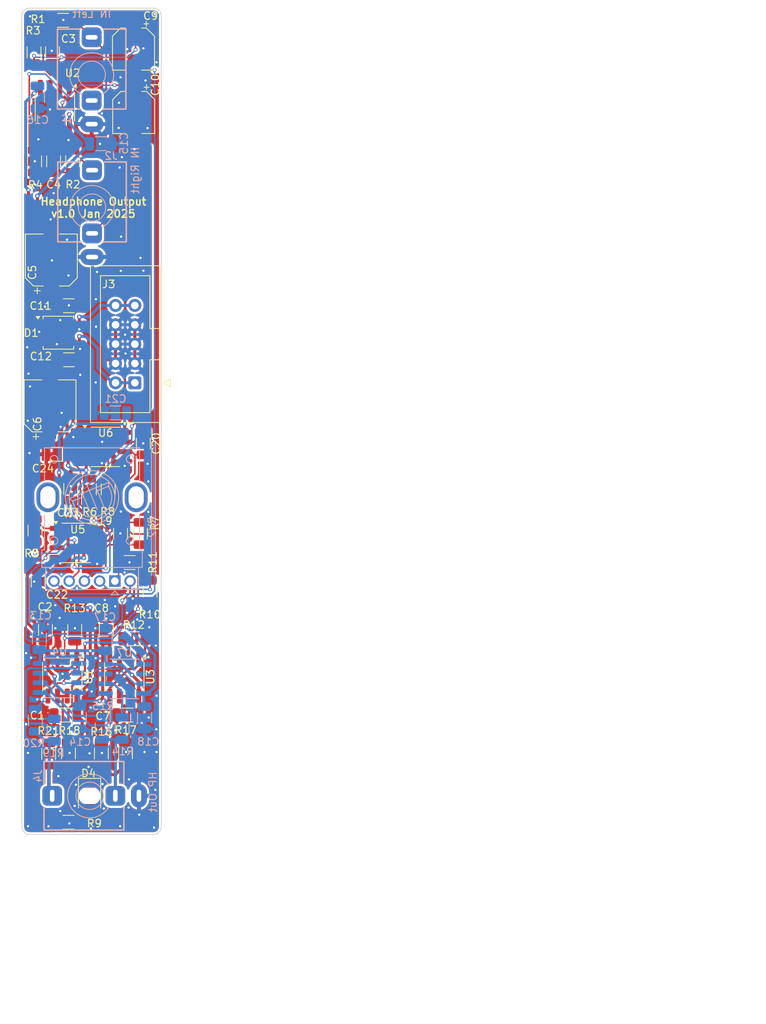
<source format=kicad_pcb>
(kicad_pcb (version 20240108) (generator "pcbnew") (generator_version "8.0")
  (layers (0 "F.Cu" signal) (31 "B.Cu" signal) (34 "B.Paste" user) (35 "F.Paste" user) (36 "B.SilkS" user "B.Silkscreen") (37 "F.SilkS" user "F.Silkscreen") (38 "B.Mask" user) (39 "F.Mask" user) (44 "Edge.Cuts" user))
  (net 0 "")
  (net 1 "Net-(U1A--)")
  (net 2 "L_GAIN_OUT")
  (net 3 "R_GAIN_OUT")
  (net 4 "Net-(U1B--)")
  (net 5 "+12V")
  (net 6 "-12V")
  (net 7 "GND")
  (net 9 "Net-(J1-PadT)")
  (net 10 "Net-(J2-PadT)")
  (net 11 "RIGHT_HP_OUT")
  (net 12 "LEFT_HP_OUT")
  (net 13 "Net-(U2A--)")
  (net 14 "Net-(U2B--)")
  (net 15 "Net-(U3A--)")
  (net 16 "Net-(U3B-+)")
  (net 17 "Net-(U4B--)")
  (net 18 "Net-(U4A--)")
  (net 19 "Net-(U3B--)")
  (net 20 "Net-(U5A--)")
  (net 21 "Net-(U6B--)")
  (net 22 "Net-(U6A--)")
  (net 23 "Net-(U5B--)")
  (net 24 "Net-(U7B--)")
  (net 25 "Net-(U7A--)")
  (net 26 "Net-(C3-Pad2)")
  (net 27 "Net-(C10-Pad1)")
  (net 28 "Net-(C9-Pad2)")
  (net 29 "Net-(C10-Pad2)")
  (net 30 "Net-(J3-Pin_10)")
  (net 31 "Net-(J3-Pin_1)")
  (net 32 "Net-(U1B-+)")
  (net 33 "Net-(U5A-+)")
  (net 34 "Net-(U6A-+)")
  (net 35 "Net-(D4-A)")
  (footprint "Capacitor_SMD:C_1206_3216Metric" (layer "F.Cu") (at 176.6 141.975 180)
    (property "Reference" "C1")
    (property "Value" "100n")
  )
  (footprint "Resistor_SMD:R_1206_3216Metric" (layer "F.Cu") (at 186.45 118.1375 90)
    (property "Reference" "R7")
    (property "Value" "1K")
  )
  (footprint "Resistor_SMD:R_1206_3216Metric" (layer "F.Cu") (at 179.75 112.3375 -90)
    (property "Reference" "R6")
    (property "Value" "2K")
  )
  (footprint "Package_SO:SOP-8_3.76x4.96mm_P1.27mm" (layer "F.Cu") (at 184.3375 136.95 -90)
    (property "Reference" "U3")
    (property "Value" "NE5532")
  )
  (footprint "Package_SO:SOP-8_3.76x4.96mm_P1.27mm" (layer "F.Cu") (at 181.8625 106.76)
    (property "Reference" "U6")
    (property "Value" "TL072")
  )
  (footprint "Resistor_SMD:R_1206_3216Metric" (layer "F.Cu") (at 185.5875 131.95)
    (property "Reference" "R12")
    (property "Value" "1K")
  )
  (footprint "Resistor_SMD:R_1206_3216Metric" (layer "F.Cu") (at 181.325 147.0125 -90)
    (property "Reference" "R16")
    (property "Value" "10R")
  )
  (footprint "Resistor_SMD:R_1206_3216Metric" (layer "F.Cu") (at 177.825 130.8125 -90)
    (property "Reference" "R13")
    (property "Value" "1K")
  )
  (footprint "Resistor_SMD:R_1206_3216Metric" (layer "F.Cu") (at 177.55 69.2625 -90)
    (property "Reference" "R2")
    (property "Value" "20K")
  )
  (footprint "Capacitor_SMD:CP_Elec_5x5.4" (layer "F.Cu") (at 185.575 62.85 -90)
    (property "Reference" "C10")
    (property "Value" "47u 16V")
  )
  (footprint "Resistor_SMD:R_1206_3216Metric" (layer "F.Cu") (at 177.0125 156.05 180)
    (property "Reference" "R9")
    (property "Value" "2K0")
  )
  (footprint "Package_SO:SOP-4_3.8x4.1mm_P2.54mm" (layer "F.Cu") (at 175.675 91.77)
    (property "Reference" "D1")
    (property "Value" "MB1S")
  )
  (footprint "Package_SO:SOP-8_3.76x4.96mm_P1.27mm" (layer "F.Cu") (at 178.0375 119.37)
    (property "Reference" "U5")
    (property "Value" "TL072")
  )
  (footprint "Connector_IDC:IDC-Header_2x05_P2.54mm_Vertical" (layer "F.Cu") (at 185.725 98.35 180)
    (property "Reference" "J3")
    (property "Value" "Power In")
  )
  (footprint "Package_SO:SOP-8_3.76x4.96mm_P1.27mm" (layer "F.Cu") (at 176.2 136.9375 -90)
    (property "Reference" "U1")
    (property "Value" "NE5532")
  )
  (footprint "Resistor_SMD:R_1206_3216Metric" (layer "F.Cu") (at 172.6 117.7375 -90)
    (property "Reference" "R5")
    (property "Value" "2K")
  )
  (footprint "Capacitor_SMD:C_1206_3216Metric" (layer "F.Cu") (at 177.3 112.3 90)
    (property "Reference" "C23")
    (property "Value" "100n")
  )
  (footprint "Capacitor_SMD:C_1206_3216Metric" (layer "F.Cu") (at 183.85 118.15 90)
    (property "Reference" "C19")
    (property "Value" "100p")
  )
  (footprint "Capacitor_SMD:C_1206_3216Metric" (layer "F.Cu") (at 177.05 88.225)
    (property "Reference" "C11")
    (property "Value" "100n")
  )
  (footprint "Resistor_SMD:R_1206_3216Metric" (layer "F.Cu") (at 172.55 69.2625 90)
    (property "Reference" "R4")
    (property "Value" "16K")
  )
  (footprint "Capacitor_SMD:CP_Elec_6.3x7.7" (layer "F.Cu") (at 174.575 101.375 90)
    (property "Reference" "C6")
    (property "Value" "100u 25V")
  )
  (footprint "Capacitor_SMD:CP_Elec_5x5.4" (layer "F.Cu") (at 185.55 54.525 -90)
    (property "Reference" "C9")
    (property "Value" "47u 16V")
  )
  (footprint "Capacitor_SMD:C_1206_3216Metric" (layer "F.Cu") (at 175.525 107.725)
    (property "Reference" "C24")
    (property "Value" "100n")
  )
  (footprint "Capacitor_SMD:C_1206_3216Metric" (layer "F.Cu") (at 186.85 106.325 90)
    (property "Reference" "C20")
    (property "Value" "100p")
  )
  (footprint "Capacitor_SMD:C_1206_3216Metric" (layer "F.Cu") (at 174.9 54.925 -90)
    (property "Reference" "C3")
    (property "Value" "100p")
  )
  (footprint "Capacitor_SMD:C_1206_3216Metric" (layer "F.Cu") (at 181.975 130.775 90)
    (property "Reference" "C8")
    (property "Value" "100n")
  )
  (footprint "Resistor_SMD:R_1206_3216Metric" (layer "F.Cu") (at 177 147.0125 -90)
    (property "Reference" "R18")
    (property "Value" "10R")
  )
  (footprint "Capacitor_SMD:C_1206_3216Metric" (layer "F.Cu") (at 173.025 124.45 90)
    (property "Reference" "C22")
    (property "Value" "100n")
  )
  (footprint "Capacitor_SMD:C_1206_3216Metric" (layer "F.Cu") (at 175.05 69.275 90)
    (property "Reference" "C4")
    (property "Value" "100p")
  )
  (footprint "Resistor_SMD:R_1206_3216Metric" (layer "F.Cu") (at 184.5 147 -90)
    (property "Reference" "R17")
    (property "Value" "10R")
  )
  (footprint "Resistor_SMD:R_1206_3216Metric" (layer "F.Cu") (at 176.2875 50.75 180)
    (property "Reference" "R1")
    (property "Value" "20K")
  )
  (footprint "Capacitor_SMD:C_1206_3216Metric" (layer "F.Cu") (at 184.8 141.975)
    (property "Reference" "C7")
    (property "Value" "100n")
  )
  (footprint "Resistor_SMD:R_1206_3216Metric" (layer "F.Cu") (at 187.725 125.7625 -90)
    (property "Reference" "R10")
    (property "Value" "1K")
  )
  (footprint "Package_SO:SOP-8_3.76x4.96mm_P1.27mm" (layer "F.Cu") (at 175.215 62.0875 -90)
    (property "Reference" "U2")
    (property "Value" "TL072")
  )
  (footprint "Capacitor_SMD:CP_Elec_6.3x7.7" (layer "F.Cu") (at 174.75 82.225 90)
    (property "Reference" "C5")
    (property "Value" "100u 25V")
  )
  (footprint "Resistor_SMD:R_1206_3216Metric" (layer "F.Cu") (at 185.05 121.95)
    (property "Reference" "R11")
    (property "Value" "1K")
  )
  (footprint "LED_SMD:LED_1206_3216Metric_ReverseMount_Hole1.8x2.4mm" (layer "F.Cu") (at 179.775 152.575 -90)
    (property "Reference" "D4")
    (property "Value" "LED")
  )
  (footprint "Resistor_SMD:R_1206_3216Metric" (layer "F.Cu") (at 174.4 147.0875 -90)
    (property "Reference" "R21")
    (property "Value" "10R")
  )
  (footprint "Capacitor_SMD:C_1206_3216Metric" (layer "F.Cu") (at 173.975 130.775 -90)
    (property "Reference" "C2")
    (property "Value" "100n")
  )
  (footprint "Capacitor_SMD:C_1206_3216Metric" (layer "F.Cu") (at 177.075 95.325 180)
    (property "Reference" "C12")
    (property "Value" "100n")
  )
  (footprint "Resistor_SMD:R_1206_3216Metric" (layer "F.Cu") (at 182.225 112.3375 90)
    (property "Reference" "R8")
    (property "Value" "1K")
  )
  (footprint "Resistor_SMD:R_1206_3216Metric" (layer "F.Cu") (at 172.475 54.9625 -90)
    (property "Reference" "R3")
    (property "Value" "16K")
  )
  (footprint "Package_SO:SOP-8_3.76x4.96mm_P1.27mm" (layer "B.Cu") (at 184.375 137.225 180)
    (property "Reference" "U7")
    (property "Value" "NE5532")
  )
  (footprint "Capacitor_SMD:C_1206_3216Metric" (layer "B.Cu") (at 181.25 66.95)
    (property "Reference" "C15")
    (property "Value" "100n")
  )
  (footprint "Resistor_SMD:R_1206_3216Metric" (layer "B.Cu") (at 175.125 143.9375 -90)
    (property "Reference" "R19")
    (property "Value" "10R")
  )
  (footprint "Capacitor_SMD:C_1206_3216Metric" (layer "B.Cu") (at 183.175 102.3 180)
    (property "Reference" "C21")
    (property "Value" "100n")
  )
  (footprint "Potentiometer_THT:Potentiometer_Bourns_PTV112-4_Dual_Vertical" (layer "B.Cu") (at 183.1 124.3825 90)
    (property "Reference" "RV2")
    (property "Value" "Vol B10Kx2")
  )
  (footprint "AudioJacks:Jack_3.5mm_QingPu_WQP-PJ301M-12_Vertical" (layer "B.Cu") (at 180.05 57.9 180)
    (property "Reference" "J1")
    (property "Value" "IN Left")
  )
  (footprint "Resistor_SMD:R_1206_3216Metric" (layer "B.Cu") (at 181.425 143.7125 -90)
    (property "Reference" "R15")
    (property "Value" "10R")
  )
  (footprint "Package_SO:SOP-8_3.76x4.96mm_P1.27mm" (layer "B.Cu") (at 175.825 137.1 180)
    (property "Reference" "U4")
    (property "Value" "NE5532")
  )
  (footprint "Capacitor_SMD:C_1206_3216Metric" (layer "B.Cu") (at 173.175 131.925 -90)
    (property "Reference" "C13")
    (property "Value" "100n")
  )
  (footprint "AudioJacks:Jack_3.5mm_QingPu_WQP-PJ301M-12_Vertical" (layer "B.Cu") (at 180.1 75.345 180)
    (property "Reference" "J2")
    (property "Value" "IN Right")
  )
  (footprint "Capacitor_SMD:C_1206_3216Metric" (layer "B.Cu") (at 187 142.325 -90)
    (property "Reference" "C18")
    (property "Value" "100n")
  )
  (footprint "Resistor_SMD:R_1206_3216Metric" (layer "B.Cu") (at 184.05 143.7375 -90)
    (property "Reference" "R14")
    (property "Value" "10R")
  )
  (footprint "Capacitor_SMD:C_1206_3216Metric" (layer "B.Cu") (at 181.825 132.05 -90)
    (property "Reference" "C17")
    (property "Value" "100n")
  )
  (footprint "AudioJacks:Jack_3.5mm_QingPu_WQP-PJ366ST_Vertical" (layer "B.Cu") (at 179.785 152.575 -90)
    (property "Reference" "J4")
    (property "Value" "HP Out")
  )
  (footprint "Capacitor_SMD:C_1206_3216Metric" (layer "B.Cu") (at 178.425 142.3 -90)
    (property "Reference" "C14")
    (property "Value" "100n")
  )
  (footprint "Capacitor_SMD:C_1206_3216Metric" (layer "B.Cu") (at 172.925 60.85 90)
    (property "Reference" "C16")
    (property "Value" "100n")
  )
  (footprint "Resistor_SMD:R_1206_3216Metric" (layer "B.Cu") (at 172.65 142.6625 -90)
    (property "Reference" "R20")
    (property "Value" "10R")
  )
  (gr_line (start 188.9021 49.443) (end 188.695 49.284) (stroke (width 0.1)) (layer "Edge.Cuts"))
  (gr_line (start 170.875 156.65) (end 170.909074 156.908819) (stroke (width 0.1)) (layer "Edge.Cuts"))
  (gr_line (start 188.195 49.15) (end 171.875 49.15) (stroke (width 0.1)) (layer "Edge.Cuts"))
  (gr_line (start 171.167893 157.357107) (end 171.375 157.516025) (stroke (width 0.1)) (layer "Edge.Cuts"))
  (gr_line (start 189.061 157.15) (end 189.1609 156.908819) (stroke (width 0.1)) (layer "Edge.Cuts"))
  (gr_line (start 170.909074 49.891) (end 170.875 50.15) (stroke (width 0.1)) (layer "Edge.Cuts"))
  (gr_line (start 170.909074 156.908819) (end 171.008975 157.15) (stroke (width 0.1)) (layer "Edge.Cuts"))
  (gr_line (start 171.375 157.516025) (end 171.616181 157.615926) (stroke (width 0.1)) (layer "Edge.Cuts"))
  (gr_line (start 171.008975 49.65) (end 170.909074 49.891) (stroke (width 0.1)) (layer "Edge.Cuts"))
  (gr_line (start 189.195 50.15) (end 189.1609 49.891) (stroke (width 0.1)) (layer "Edge.Cuts"))
  (gr_line (start 171.008975 157.15) (end 171.167893 157.357107) (stroke (width 0.1)) (layer "Edge.Cuts"))
  (gr_line (start 188.695 157.516025) (end 188.9021 157.357107) (stroke (width 0.1)) (layer "Edge.Cuts"))
  (gr_line (start 188.4538 49.184) (end 188.195 49.15) (stroke (width 0.1)) (layer "Edge.Cuts"))
  (gr_line (start 189.1609 49.891) (end 189.061 49.65) (stroke (width 0.1)) (layer "Edge.Cuts"))
  (gr_line (start 170.875 50.15) (end 170.875 156.65) (stroke (width 0.1)) (layer "Edge.Cuts"))
  (gr_line (start 171.616181 49.184) (end 171.375 49.284) (stroke (width 0.1)) (layer "Edge.Cuts"))
  (gr_line (start 189.1609 156.908819) (end 189.195 156.65) (stroke (width 0.1)) (layer "Edge.Cuts"))
  (gr_line (start 171.875 49.15) (end 171.616181 49.184) (stroke (width 0.1)) (layer "Edge.Cuts"))
  (gr_line (start 189.195 156.65) (end 189.195 50.15) (stroke (width 0.1)) (layer "Edge.Cuts"))
  (gr_line (start 171.616181 157.615926) (end 171.875 157.65) (stroke (width 0.1)) (layer "Edge.Cuts"))
  (gr_line (start 171.875 157.65) (end 188.195 157.65) (stroke (width 0.1)) (layer "Edge.Cuts"))
  (gr_line (start 188.695 49.284) (end 188.4538 49.184) (stroke (width 0.1)) (layer "Edge.Cuts"))
  (gr_line (start 189.061 49.65) (end 188.9021 49.443) (stroke (width 0.1)) (layer "Edge.Cuts"))
  (gr_line (start 171.375 49.284) (end 171.167893 49.443) (stroke (width 0.1)) (layer "Edge.Cuts"))
  (gr_line (start 188.195 157.65) (end 188.4538 157.615926) (stroke (width 0.1)) (layer "Edge.Cuts"))
  (gr_line (start 188.9021 157.357107) (end 189.061 157.15) (stroke (width 0.1)) (layer "Edge.Cuts"))
  (gr_line (start 171.167893 49.443) (end 171.008975 49.65) (stroke (width 0.1)) (layer "Edge.Cuts"))
  (gr_line (start 188.4538 157.615926) (end 188.695 157.516025) (stroke (width 0.1)) (layer "Edge.Cuts"))
  (gr_text "Headphone Output\nv1.0 Jan 2025" (at 180.275 75.35 0) (layer "F.SilkS") (effects (font (size 1 1) (thickness 0.2) (bold yes))))
  (segment (start 186.5125 121.95) (end 186.1529 122.3096) (width 0.2) (layer "F.Cu") (net 1))
  (segment (start 176.5 130.675) (end 177.825 129.35) (width 0.2) (layer "F.Cu") (net 1))
  (segment (start 176.5 132.179341) (end 176.5 131.9) (width 0.2) (layer "F.Cu") (net 1))
  (segment (start 176.5 134.065) (end 176.5 130.675) (width 0.2) (layer "F.Cu") (net 1))
  (segment (start 176.835 134.4) (end 176.5 134.065) (width 0.2) (layer "F.Cu") (net 1))
  (segment (start 186.1529 122.3096) (end 186.1529 128.0151) (width 0.2) (layer "F.Cu") (net 1))
  (segment (start 186.4875 121.925) (end 186.5125 121.95) (width 0.2) (layer "F.Cu") (net 1))
  (via (at 186.1529 128.0151) (size 0.5) (drill 0.3) (layers "F.Cu" "B.Cu") (net 1))
  (via (at 176.5 131.9) (size 0.5) (drill 0.3) (layers "F.Cu" "B.Cu") (net 1))
  (segment (start 183.9666 130.7715) (end 183.9666 130.2014) (width 0.2) (layer "B.Cu") (net 1))
  (segment (start 176.5 131.9) (end 176.5197 131.8803) (width 0.2) (layer "B.Cu") (net 1))
  (segment (start 176.5197 131.8803) (end 182.8578 131.8803) (width 0.2) (layer "B.Cu") (net 1))
  (segment (start 183.9666 130.2014) (end 186.1529 128.0151) (width 0.2) (layer "B.Cu") (net 1))
  (segment (start 182.8578 131.8803) (end 183.9666 130.7715) (width 0.2) (layer "B.Cu") (net 1))
  (segment (start 183.85 116.675) (end 186.45 116.675) (width 0.2) (layer "F.Cu") (net 2))
  (segment (start 186.997244 120.775) (end 184.7625 120.775) (width 0.2) (layer "F.Cu") (net 2))
  (segment (start 181.79 118.735) (end 180.575 118.735) (width 0.2) (layer "F.Cu") (net 2))
  (segment (start 183.85 116.675) (end 181.79 118.735) (width 0.2) (layer "F.Cu") (net 2))
  (segment (start 183.1 124.3825) (end 183.5875 123.895) (width 0.2) (layer "F.Cu") (net 2))
  (segment (start 183.85 116.675) (end 185.375 118.2) (width 0.2) (layer "F.Cu") (net 2))
  (segment (start 187.1 118.2) (end 187.625 118.725) (width 0.2) (layer "F.Cu") (net 2))
  (segment (start 185.375 118.2) (end 187.1 118.2) (width 0.2) (layer "F.Cu") (net 2))
  (segment (start 187.625 118.725) (end 187.625 120.147244) (width 0.2) (layer "F.Cu") (net 2))
  (segment (start 183.5875 123.895) (end 183.5875 121.95) (width 0.2) (layer "F.Cu") (net 2))
  (segment (start 187.625 120.147244) (end 186.997244 120.775) (width 0.2) (layer "F.Cu") (net 2))
  (segment (start 184.7625 120.775) (end 183.5875 121.95) (width 0.2) (layer "F.Cu") (net 2))
  (segment (start 183.35 106.125) (end 184.4 106.125) (width 0.2) (layer "F.Cu") (net 3))
  (segment (start 182.225 110.875) (end 182.225 107.25) (width 0.2) (layer "F.Cu") (net 3))
  (segment (start 187.725 124.3) (end 187.725 125.4714) (width 0.2) (layer "F.Cu") (net 3))
  (segment (start 186.85 104.85) (end 188.091 106.091) (width 0.2) (layer "F.Cu") (net 3))
  (segment (start 188.091 106.091) (end 188.091 123.934) (width 0.2) (layer "F.Cu") (net 3))
  (segment (start 182.225 107.25) (end 183.35 106.125) (width 0.2) (layer "F.Cu") (net 3))
  (segment (start 186.85 104.85) (end 185.575 106.125) (width 0.2) (layer "F.Cu") (net 3))
  (segment (start 188.091 123.934) (end 187.725 124.3) (width 0.2) (layer "F.Cu") (net 3))
  (segment (start 185.575 106.125) (end 184.4 106.125) (width 0.2) (layer "F.Cu") (net 3))
  (via (at 187.725 125.4714) (size 0.5) (drill 0.3) (layers "F.Cu" "B.Cu") (net 3))
  (segment (start 182.1889 125.4714) (end 187.725 125.4714) (width 0.2) (layer "B.Cu") (net 3))
  (segment (start 181.1 124.3825) (end 182.1889 125.4714) (width 0.2) (layer "B.Cu") (net 3))
  (segment (start 176.835 139.475) (end 176.4094 139.475) (width 0.3) (layer "F.Cu") (net 4))
  (segment (start 176.25 139.6344) (end 176.4094 139.475) (width 0.3) (layer "F.Cu") (net 4))
  (segment (start 176.25 144.13) (end 176.25 139.6344) (width 0.3) (layer "F.Cu") (net 4))
  (segment (start 176.4094 139.475) (end 175.565 139.475) (width 0.3) (layer "F.Cu") (net 4))
  (segment (start 174.4 145.625) (end 174.755 145.625) (width 0.2) (layer "F.Cu") (net 4))
  (segment (start 174.755 145.625) (end 176.25 144.13) (width 0.3) (layer "F.Cu") (net 4))
  (segment (start 172.925 84.925) (end 172.925 73.8) (width 0.4) (layer "F.Cu") (net 5))
  (segment (start 184.4 104.855) (end 184.4 103.7366) (width 0.4) (layer "F.Cu") (net 5))
  (segment (start 178.075 141.975) (end 178.8 142.7) (width 0.4) (layer "F.Cu") (net 5))
  (segment (start 177.3 113.775) (end 177.3 113.7784) (width 0.4) (layer "F.Cu") (net 5))
  (segment (start 175.7778 111.5196) (end 177.3 113.0418) (width 0.4) (layer "F.Cu") (net 5))
  (segment (start 179.0211 115.4995) (end 179.0211 117.465) (width 0.4) (layer "F.Cu") (net 5))
  (segment (start 178.8 148.725) (end 176.95 150.575) (width 0.4) (layer "F.Cu") (net 5))
  (segment (start 177.075 99.3126) (end 177.6002 99.8378) (width 0.4) (layer "F.Cu") (net 5))
  (segment (start 186.275 141.975) (end 186.2425 141.9425) (width 0.4) (layer "F.Cu") (net 5))
  (segment (start 177.12 64.625) (end 177.12 63.087) (width 0.4) (layer "F.Cu") (net 5))
  (segment (start 174.75 84.925) (end 172.925 84.925) (width 0.4) (layer "F.Cu") (net 5))
  (segment (start 175.7778 110.1359) (end 175.7778 111.5196) (width 0.4) (layer "F.Cu") (net 5))
  (segment (start 178.8 142.7) (end 178.8 148.725) (width 0.4) (layer "F.Cu") (net 5))
  (segment (start 179.0211 121.3387) (end 179.0211 117.465) (width 0.4) (layer "F.Cu") (net 5))
  (segment (start 180.575 117.465) (end 179.0211 117.465) (width 0.4) (layer "F.Cu") (net 5))
  (segment (start 186.2425 137.5925) (end 186.2425 139.4875) (width 0.4) (layer "F.Cu") (net 5))
  (segment (start 177.6002 99.8378) (end 177.6002 103.7366) (width 0.4) (layer "F.Cu") (net 5))
  (segment (start 179.8667 127.8579) (end 179.8667 133.55) (width 0.4) (layer "F.Cu") (net 5))
  (segment (start 174.75 84.925) (end 175.575 85.75) (width 0.4) (layer "F.Cu") (net 5))
  (segment (start 179.8667 133.55) (end 179.8667 137.7133) (width 0.4) (layer "F.Cu") (net 5))
  (segment (start 186.2425 141.9425) (end 186.2425 139.4875) (width 0.4) (layer "F.Cu") (net 5))
  (segment (start 185.35 136.7) (end 186.2425 137.5925) (width 0.4) (layer "F.Cu") (net 5))
  (segment (start 177.3 113.7784) (end 179.0211 115.4995) (width 0.4) (layer "F.Cu") (net 5))
  (segment (start 176.95 150.575) (end 176.95 154.65) (width 0.4) (layer "F.Cu") (net 5))
  (segment (start 172.925 90.5) (end 172.925 84.925) (width 0.4) (layer "F.Cu") (net 5))
  (segment (start 176.95 154.65) (end 175.55 156.05) (width 0.4) (layer "F.Cu") (net 5))
  (segment (start 177.3 113.0418) (end 177.3 113.775) (width 0.4) (layer "F.Cu") (net 5))
  (segment (start 175.575 85.75) (end 175.575 88.225) (width 0.4) (layer "F.Cu") (net 5))
  (segment (start 178.105 139.475) (end 178.105 141.945) (width 0.4) (layer "F.Cu") (net 5))
  (segment (start 175.575 88.225) (end 177.075 89.725) (width 0.4) (layer "F.Cu") (net 5))
  (segment (start 178.105 141.945) (end 178.075 141.975) (width 0.4) (layer "F.Cu") (net 5))
  (segment (start 179.8667 137.7133) (end 178.105 139.475) (width 0.4) (layer "F.Cu") (net 5))
  (segment (start 177.075 89.725) (end 177.075 99.3126) (width 0.4) (layer "F.Cu") (net 5))
  (via (at 184.4 103.7366) (size 0.6) (drill 0.3) (layers "F.Cu" "B.Cu") (net 5))
  (via (at 177.6002 103.7366) (size 0.6) (drill 0.3) (layers "F.Cu" "B.Cu") (net 5))
  (via (at 179.8667 127.8579) (size 0.6) (drill 0.3) (layers "F.Cu" "B.Cu") (net 5))
  (via (at 177.12 63.087) (size 0.6) (drill 0.3) (layers "F.Cu" "B.Cu") (net 5))
  (via (at 179.8667 133.55) (size 0.6) (drill 0.3) (layers "F.Cu" "B.Cu") (net 5))
  (via (at 179.0211 121.3387) (size 0.6) (drill 0.3) (layers "F.Cu" "B.Cu") (net 5))
  (via (at 185.35 136.7) (size 0.6) (drill 0.3) (layers "F.Cu" "B.Cu") (net 5))
  (via (at 175.7778 110.1359) (size 0.6) (drill 0.3) (layers "F.Cu" "B.Cu") (net 5))
  (via (at 172.925 73.8) (size 0.6) (drill 0.3) (layers "F.Cu" "B.Cu") (net 5))
  (segment (start 176.5 122.725) (end 177.8863 121.3387) (width 0.4) (layer "B.Cu") (net 5))
  (segment (start 179.8667 133.55) (end 179.8917 133.525) (width 0.4) (layer "B.Cu") (net 5))
  (segment (start 173.2875 133.525) (end 181.825 133.525) (width 0.4) (layer "B.Cu") (net 5))
  (segment (start 181.8375 134.0816) (end 181.825 134.0691) (width 0.4) (layer "B.Cu") (net 5))
  (segment (start 175.7778 105.559) (end 175.7778 110.1359) (width 0.4) (layer "B.Cu") (net 5))
  (segment (start 175.0957 122.725) (end 176.5 122.725) (width 0.4) (layer "B.Cu") (net 5))
  (segment (start 179.8917 133.525) (end 181.2809 133.525) (width 0.4) (layer "B.Cu") (net 5))
  (segment (start 173.2875 133.5125) (end 173.2875 133.525) (width 0.4) (layer "B.Cu") (net 5))
  (segment (start 183.97 135.32) (end 181.8375 135.32) (width 0.4) (layer "B.Cu") (net 5))
  (segment (start 185.35 136.7) (end 183.97 135.32) (width 0.4) (layer "B.Cu") (net 5))
  (segment (start 184.4 102.55) (end 184.4 103.7366) (width 0.4) (layer "B.Cu") (net 5))
  (segment (start 184.65 102.3) (end 184.4 102.55) (width 0.4) (layer "B.Cu") (net 5))
  (segment (start 173.8979 123.9228) (end 175.0957 122.725) (width 0.4) (layer "B.Cu") (net 5))
  (segment (start 179.775 66.95) (end 177.12 64.295) (width 0.4) (layer "B.Cu") (net 5))
  (segment (start 177.6002 103.7366) (end 175.7778 105.559) (width 0.4) (layer "B.Cu") (net 5))
  (segment (start 181.8375 135.32) (end 181.8375 134.0816) (width 0.4) (layer "B.Cu") (net 5))
  (segment (start 179.8667 127.8579) (end 176.8233 127.8579) (width 0.4) (layer "B.Cu") (net 5))
  (segment (start 184.4 103.7366) (end 177.6002 103.7366) (width 0.4) (layer "B.Cu") (net 5))
  (segment (start 177.8863 121.3387) (end 179.0211 121.3387) (width 0.4) (layer "B.Cu") (net 5))
  (segment (start 177.12 64.295) (end 177.12 63.087) (width 0.4) (layer "B.Cu") (net 5))
  (segment (start 176.8233 127.8579) (end 173.8979 124.9325) (width 0.4) (layer "B.Cu") (net 5))
  (segment (start 173.175 133.4) (end 173.2875 133.5125) (width 0.4) (layer "B.Cu") (net 5))
  (segment (start 181.2809 133.525) (end 181.825 134.0691) (width 0.4) (layer "B.Cu") (net 5))
  (segment (start 173.2875 133.525) (end 173.2875 135.195) (width 0.4) (layer "B.Cu") (net 5))
  (segment (start 173.8979 124.9325) (end 173.8979 123.9228) (width 0.4) (layer "B.Cu") (net 5))
  (segment (start 179.775 66.95) (end 172.925 73.8) (width 0.4) (layer "B.Cu") (net 5))
  (segment (start 181.825 133.525) (end 181.825 134.0691) (width 0.4) (layer "B.Cu") (net 5))
  (segment (start 183.7801 130.4268) (end 184.6835 130.4268) (width 0.4) (layer "F.Cu") (net 6))
  (segment (start 176.9678 109.1999) (end 176.9678 107.7572) (width 0.4) (layer "F.Cu") (net 6))
  (segment (start 174.45 122.325) (end 175.5 121.275) (width 0.4) (layer "F.Cu") (net 6))
  (segment (start 172.675 122.325) (end 174.45 122.325) (width 0.4) (layer "F.Cu") (net 6))
  (segment (start 181.975 132.25) (end 182.4325 132.7075) (width 0.4) (layer "F.Cu") (net 6))
  (segment (start 174.575 98.675) (end 175.6 97.65) (width 0.4) (layer "F.Cu") (net 6))
  (segment (start 175.6 97.65) (end 175.6 95.325) (width 0.4) (layer "F.Cu") (net 6))
  (segment (start 173.975 132.25) (end 171.6 129.875) (width 0.4) (layer "F.Cu") (net 6))
  (segment (start 172.475 60.35) (end 173.275 59.55) (width 0.4) (layer "F.Cu") (net 6))
  (segment (start 172.925 93.04) (end 174.575 94.69) (width 0.4) (layer "F.Cu") (net 6))
  (segment (start 174.575 98.675) (end 176.8182 100.9182) (width 0.4) (layer "F.Cu") (net 6))
  (segment (start 176.8182 107.5432) (end 177 107.725) (width 0.4) (layer "F.Cu") (net 6))
  (segment (start 174.575 94.69) (end 174.575 98.675) (width 0.4) (layer "F.Cu") (net 6))
  (segment (start 181.5 132.725) (end 181.5 139.7432) (width 0.4) (layer "F.Cu") (net 6))
  (segment (start 176.8182 100.9182) (end 176.8182 107.5432) (width 0.4) (layer "F.Cu") (net 6))
  (segment (start 176.9678 107.7572) (end 177 107.725) (width 0.4) (layer "F.Cu") (net 6))
  (segment (start 174.295 134.4) (end 174.295 132.57) (width 0.4) (layer "F.Cu") (net 6))
  (segment (start 174.295 136.0088) (end 174.295 134.4) (width 0.4) (layer "F.Cu") (net 6))
  (segment (start 175.5 121.275) (end 176.025 121.275) (width 0.4) (layer "F.Cu") (net 6))
  (segment (start 181.5 139.7432) (end 181.1092 140.134) (width 0.4) (layer "F.Cu") (net 6))
  (segment (start 176.025 121.275) (end 176.9509 120.3491) (width 0.4) (layer "F.Cu") (net 6))
  (segment (start 171.7469 91.8619) (end 172.925 93.04) (width 0.4) (layer "F.Cu") (net 6))
  (segment (start 182.4325 133.0159) (end 182.4325 134.4125) (width 0.4) (layer "F.Cu") (net 6))
  (segment (start 182.4325 131.7744) (end 183.7801 130.4268) (width 0.4) (layer "F.Cu") (net 6))
  (segment (start 171.7469 73.0173) (end 171.7469 91.8619) (width 0.4) (layer "F.Cu") (net 6))
  (segment (start 176.9509 120.3491) (end 176.9509 115.5089) (width 0.4) (layer "F.Cu") (net 6))
  (segment (start 171.6 123.4) (end 172.675 122.325) (width 0.4) (layer "F.Cu") (net 6))
  (segment (start 175.1862 136.9) (end 174.295 136.0088) (width 0.4) (layer "F.Cu") (net 6))
  (segment (start 174.295 132.57) (end 173.975 132.25) (width 0.4) (layer "F.Cu") (net 6))
  (segment (start 179.325 108.665) (end 179.325 109.7912) (width 0.4) (layer "F.Cu") (net 6))
  (segment (start 181.975 132.25) (end 181.5 132.725) (width 0.4) (layer "F.Cu") (net 6))
  (segment (start 171.6 129.875) (end 171.6 123.4) (width 0.4) (layer "F.Cu") (net 6))
  (segment (start 173.275 59.55) (end 173.31 59.55) (width 0.4) (layer "F.Cu") (net 6))
  (segment (start 182.4325 132.7075) (end 182.4325 133.0159) (width 0.4) (layer "F.Cu") (net 6))
  (segment (start 182.4325 133.0159) (end 182.4325 131.7744) (width 0.4) (layer "F.Cu") (net 6))
  (via (at 176.9509 115.5089) (size 0.6) (drill 0.3) (layers "F.Cu" "B.Cu") (net 6))
  (via (at 184.6835 130.4268) (size 0.6) (drill 0.3) (layers "F.Cu" "B.Cu") (net 6))
  (via (at 171.7469 73.0173) (size 0.6) (drill 0.3) (layers "F.Cu" "B.Cu") (net 6))
  (via (at 179.325 109.7912) (size 0.6) (drill 0.3) (layers "F.Cu" "B.Cu") (net 6))
  (via (at 172.475 60.35) (size 0.6) (drill 0.3) (layers "F.Cu" "B.Cu") (net 6))
  (via (at 181.1092 140.134) (size 0.6) (drill 0.3) (layers "F.Cu" "B.Cu") (net 6))
  (via (at 175.1862 136.9) (size 0.6) (drill 0.3) (layers "F.Cu" "B.Cu") (net 6))
  (via (at 176.9678 109.1999) (size 0.6) (drill 0.3) (layers "F.Cu" "B.Cu") (net 6))
  (segment (start 186.9125 140.7625) (end 186.9125 139.13) (width 0.4) (layer "B.Cu") (net 6))
  (segment (start 186.9125 139.13) (end 187.4805 139.13) (width 0.4) (layer "B.Cu") (net 6))
  (segment (start 178.3625 139.005) (end 178.3625 140.0715) (width 0.4) (layer "B.Cu") (net 6))
  (segment (start 178.425 140.825) (end 178.425 140.134) (width 0.4) (layer "B.Cu") (net 6))
  (segment (start 171.375 72.6454) (end 171.7469 73.0173) (width 0.4) (layer "B.Cu") (net 6))
  (segment (start 175.1862 136.9) (end 175.1862 137.8362) (width 0.4) (layer "B.Cu") (net 6))
  (segment (start 178.3625 140.0715) (end 178.425 140.134) (width 0.4) (layer "B.Cu") (net 6))
  (segment (start 188.3468 138.2637) (end 188.3468 134.0901) (width 0.4) (layer "B.Cu") (net 6))
  (segment (start 177.5591 109.7912) (end 176.9678 109.1999) (width 0.4) (layer "B.Cu") (net 6))
  (segment (start 176.9509 113.5831) (end 176.9509 115.5089) (width 0.4) (layer "B.Cu") (net 6))
  (segment (start 171.375 61.45) (end 171.375 72.6454) (width 0.4) (layer "B.Cu") (net 6))
  (segment (start 187 140.85) (end 186.9125 140.7625) (width 0.4) (layer "B.Cu") (net 6))
  (segment (start 172.475 60.35) (end 171.375 61.45) (width 0.4) (layer "B.Cu") (net 6))
  (segment (start 176.355 139.005) (end 178.3625 139.005) (width 0.4) (layer "B.Cu") (net 6))
  (segment (start 175.1862 137.8362) (end 176.355 139.005) (width 0.4) (layer "B.Cu") (net 6))
  (segment (start 172.925 59.9) (end 172.475 60.35) (width 0.4) (layer "B.Cu") (net 6))
  (segment (start 178.425 140.134) (end 181.1092 140.134) (width 0.4) (layer "B.Cu") (net 6))
  (segment (start 188.3468 134.0901) (end 184.6835 130.4268) (width 0.4) (layer "B.Cu") (net 6))
  (segment (start 179.325 109.7912) (end 177.5591 109.7912) (width 0.4) (layer "B.Cu") (net 6))
  (segment (start 172.925 59.375) (end 172.925 59.9) (width 0.4) (layer "B.Cu") (net 6))
  (segment (start 187.4805 139.13) (end 188.3468 138.2637) (width 0.4) (layer "B.Cu") (net 6))
  (segment (start 179.325 109.7912) (end 179.325 111.209) (width 0.4) (layer "B.Cu") (net 6))
  (segment (start 179.325 111.209) (end 176.9509 113.5831) (width 0.4) (layer "B.Cu") (net 6))
  (segment (start 172.0812 139.1031) (end 172.0812 134.45) (width 0.4) (layer "F.Cu") (net 7))
  (segment (start 174.575 103.75) (end 174.575 104.075) (width 0.4) (layer "F.Cu") (net 7))
  (segment (start 174.575 104.075) (end 174.05 104.6) (width 0.4) (layer "F.Cu") (net 7))
  (segment (start 180.7721 122.1221) (end 180.575 121.925) (width 0.4) (layer "F.Cu") (net 7))
  (segment (start 174.05 104.6) (end 174.05 107.725) (width 0.4) (layer "F.Cu") (net 7))
  (segment (start 174.9531 141.975) (end 172.90155 139.92345) (width 0.4) (layer "F.Cu") (net 7))
  (segment (start 180.1 81.825) (end 180.1 86.65) (width 0.4) (layer "F.Cu") (net 7))
  (segment (start 183.7025 134.4125) (end 183.7025 136.1705) (width 0.4) (layer "F.Cu") (net 7))
  (segment (start 172.0812 134.45) (end 172.0812 131.6688) (width 0.4) (layer "F.Cu") (net 7))
  (segment (start 173.025 127.2609) (end 173.025 125.925) (width 0.4) (layer "F.Cu") (net 7))
  (segment (start 174.58 59.55) (end 174.58 62.4464) (width 0.4) (layer "F.Cu") (net 7))
  (segment (start 174.58 62.4464) (end 174.5683 62.4581) (width 0.4) (layer "F.Cu") (net 7))
  (segment (start 179.775 151.025) (end 180.363478 151.025) (width 0.2) (layer "F.Cu") (net 7))
  (segment (start 178.55 95.325) (end 182.7 95.325) (width 0.4) (layer "F.Cu") (net 7))
  (segment (start 173.31 63.7164) (end 174.5683 62.4581) (width 0.4) (layer "F.Cu") (net 7))
  (segment (start 177.3 111.9251) (end 177.3 110.825) (width 0.4) (layer "F.Cu") (net 7))
  (segment (start 183.7025 136.1705) (end 183.4117 136.4613) (width 0.4) (layer "F.Cu") (net 7))
  (segment (start 183.325 143.8) (end 183.15 143.975) (width 0.4) (layer "F.Cu") (net 7))
  (segment (start 177.3 110.6658) (end 174.3592 107.725) (width 0.4) (layer "F.Cu") (net 7))
  (segment (start 173.975 128.2109) (end 173.975 129.3) (width 0.4) (layer "F.Cu") (net 7))
  (segment (start 182.7 95.325) (end 183.185 95.81) (width 0.4) (layer "F.Cu") (net 7))
  (segment (start 178.525 83.3) (end 178.525 88.225) (width 0.4) (layer "F.Cu") (net 7))
  (segment (start 176.0341 102.2909) (end 174.575 103.75) (width 0.4) (layer "F.Cu") (net 7))
  (segment (start 177.3 110.825) (end 177.3 110.6658) (width 0.4) (layer "F.Cu") (net 7))
  (segment (start 173.975 128.2109) (end 173.025 127.2609) (width 0.4) (layer "F.Cu") (net 7))
  (segment (start 183.185 90.73) (end 183.185 93.27) (width 0.4) (layer "F.Cu") (net 7))
  (segment (start 175.125 141.975) (end 174.9531 141.975) (width 0.4) (layer "F.Cu") (net 7))
  (segment (start 185.725 90.73) (end 185.725 93.27) (width 0.4) (layer "F.Cu") (net 7))
  (segment (start 180.1 86.65) (end 178.525 88.225) (width 0.4) (layer "F.Cu") (net 7))
  (segment (start 183.325 141.975) (end 183.325 143.8) (width 0.4) (layer "F.Cu") (net 7))
  (segment (start 175.565 130.89) (end 175.565 134.4) (width 0.4) (layer "F.Cu") (net 7))
  (segment (start 173.975 129.3) (end 175.565 130.89) (width 0.4) (layer "F.Cu") (net 7))
  (segment (start 175.125 141.975) (end 175.125 143.775) (width 0.4) (layer "F.Cu") (net 7))
  (segment (start 183.185 93.27) (end 183.185 95.81) (width 0.4) (layer "F.Cu") (net 7))
  (segment (start 176.1025 102.2909) (end 176.0341 102.2909) (width 0.4) (layer "F.Cu") (net 7))
  (segment (start 184.4 108.665) (end 184.4 109.25) (width 0.4) (layer "F.Cu") (net 7))
  (segment (start 172.90155 139.92345) (end 172.0812 139.1031) (width 0.4) (layer "F.Cu") (net 7))
  (segment (start 180.575 121.925) (end 180.575 121.275) (width 0.4) (layer "F.Cu") (net 7))
  (segment (start 185.725 93.27) (end 185.725 95.81) (width 0.4) (layer "F.Cu") (net 7))
  (segment (start 173.31 64.625) (end 173.31 63.7164) (width 0.4) (layer "F.Cu") (net 7))
  (segment (start 174.75 79.525) (end 178.525 83.3) (width 0.4) (layer "F.Cu") (net 7))
  (segment (start 174.3592 107.725) (end 174.05 107.725) (width 0.4) (layer "F.Cu") (net 7))
  (via (at 175.85 129.225) (size 0.5) (drill 0.3) (layers "F.Cu" "B.Cu") (net 7))
  (via (at 171.95 98.825) (size 0.5) (drill 0.3) (layers "F.Cu" "B.Cu") (net 7))
  (via (at 180.575 134.5) (size 0.5) (drill 0.3) (layers "F.Cu" "B.Cu") (net 7))
  (via (at 173.925 88.35) (size 0.5) (drill 0.3) (layers "F.Cu" "B.Cu") (net 7))
  (via (at 179.925 141) (size 0.5) (drill 0.3) (layers "F.Cu" "B.Cu") (net 7))
  (via (at 178.525 93.9) (size 0.5) (drill 0.3) (layers "F.Cu" "B.Cu") (net 7))
  (via (at 185.45 126.675) (size 0.5) (drill 0.3) (layers "F.Cu" "B.Cu") (net 7))
  (via (at 184.375 123.25) (size 0.5) (drill 0.3) (layers "F.Cu" "B.Cu") (net 7))
  (via (at 181.4 62.975) (size 0.5) (drill 0.3) (layers "F.Cu" "B.Cu") (net 7))
  (via (at 183.6 64.875) (size 0.5) (drill 0.3) (layers "F.Cu" "B.Cu") (net 7))
  (via (at 188.25 156.75) (size 0.5) (drill 0.3) (layers "F.Cu" "B.Cu") (net 7))
  (via (at 175.925 122.05) (size 0.5) (drill 0.3) (layers "F.Cu" "B.Cu") (net 7))
  (via (at 186.05 129.425) (size 0.5) (drill 0.3) (layers "F.Cu" "B.Cu") (net 7))
  (via (at 177.05 88.175) (size 0.5) (drill 0.3) (layers "F.Cu" "B.Cu") (net 7))
  (via (at 181.65 154.25) (size 0.5) (drill 0.3) (layers "F.Cu" "B.Cu") (net 7))
  (via (at 180.525 130.575) (size 0.5) (drill 0.3) (layers "F.Cu" "B.Cu") (net 7))
  (via (at 174.65 76.9) (size 0.5) (drill 0.3) (layers "F.Cu" "B.Cu") (net 7))
  (via (at 187.125 58.65) (size 0.5) (drill 0.3) (layers "F.Cu" "B.Cu") (net 7))
  (via (at 188.575 56.25) (size 0.5) (drill 0.3) (layers "F.Cu" "B.Cu") (net 7))
  (via (at 179.775 147) (size 0.5) (drill 0.3) (layers "F.Cu" "B.Cu") (net 7))
  (via (at 171.875 107.575) (size 0.5) (drill 0.3) (layers "F.Cu" "B.Cu") (net 7))
  (via (at 181.975 129.3) (size 0.6) (drill 0.3) (layers "F.Cu" "B.Cu") (net 7))
  (via (at 186.3 155.05) (size 0.5) (drill 0.3) (layers "F.Cu" "B.Cu") (net 7))
  (via (at 172.90155 139.92345) (size 0.5) (drill 0.3) (layers "F.Cu" "B.Cu") (net 7))
  (via (at 172.4 129.2) (size 0.5) (drill 0.3) (layers "F.Cu" "B.Cu") (net 7))
  (via (at 188.425 151.8) (size 0.5) (drill 0.3) (layers "F.Cu" "B.Cu") (net 7))
  (via (at 175.565 134.4) (size 0.5) (drill 0.3) (layers "F.Cu" "B.Cu") (net 7))
  (via (at 177.65 105.475) (size 0.5) (drill 0.3) (layers "F.Cu" "B.Cu") (net 7))
  (via (at 187.5 111.3) (size 0.5) (drill 0.3) (layers "F.Cu" "B.Cu") (net 7))
  (via (at 177.825 153.9) (size 0.5) (drill 0.3) (layers "F.Cu" "B.Cu") (net 7))
  (via (at 183.825 118.125) (size 0.5) (drill 0.3) (layers "F.Cu" "B.Cu") (net 7))
  (via (at 187 146.825) (size 0.5) (drill 0.3) (layers "F.Cu" "B.Cu") (net 7))
  (via (at 173.975 128.2109) (size 0.6) (drill 0.3) (layers "F.Cu" "B.Cu") (net 7))
  (via (at 175.925 90.125) (size 0.5) (drill 0.3) (layers "F.Cu" "B.Cu") (net 7))
  (via (at 174.375 156.575) (size 0.5) (drill 0.3) (layers "F.Cu" "B.Cu") (net 7))
  (via (at 177.975 62.3665) (size 0.5) (drill 0.3) (layers "F.Cu" "B.Cu") (net 7))
  (via (at 183.625 61.575) (size 0.5) (drill 0.3) (layers "F.Cu" "B.Cu") (net 7))
  (via (at 176.325 50.7) (size 0.5) (drill 0.3) (layers "F.Cu" "B.Cu") (net 7))
  (via (at 175.125 143.775) (size 0.6) (drill 0.3) (layers "F.Cu" "B.Cu") (net 7))
  (via (at 180.575 98.3) (size 0.5) (drill 0.3) (layers "F.Cu" "B.Cu") (net 7))
  (via (at 177 66.475) (size 0.5) (drill 0.3) (layers "F.Cu" "B.Cu") (net 7))
  (via (at 174.8 54.75) (size 0.5) (drill 0.3) (layers "F.Cu" "B.Cu") (net 7))
  (via (at 184.5 94.5) (size 0.5) (drill 0.3) (layers "F.Cu" "B.Cu") (net 7))
  (via (at 177.975 151.125) (size 0.5) (drill 0.3) (layers "F.Cu" "B.Cu") (net 7))
  (via (at 187.5 115.3) (size 0.5) (drill 0.3) (layers "F.Cu" "B.Cu") (net 7))
  (via (at 175.05 73.45) (size 0.5) (drill 0.3) (layers "F.Cu" "B.Cu") (net 7))
  (via (at 175.975 104.125) (size 0.5) (drill 0.3) (layers "F.Cu" "B.Cu") (net 7))
  (via (at 175.475 93.275) (size 0.5) (drill 0.3) (layers "F.Cu" "B.Cu") (net 7))
  (via (at 186.85 83.625) (size 0.5) (drill 0.3) (layers "F.Cu" "B.Cu") (net 7))
  (via (at 180.6 87.375) (size 0.5) (drill 0.3) (layers "F.Cu" "B.Cu") (net 7))
  (via (at 177.15 146.95) (size 0.5) (drill 0.3) (layers "F.Cu" "B.Cu") (net 7))
  (via (at 172.575 69.25) (size 0.5) (drill 0.3) (layers "F.Cu" "B.Cu") (net 7))
  (via (at 188.45 128.7) (size 0.5) (drill 0.3) (layers "F.Cu" "B.Cu") (net 7))
  (via (at 185.675 67.675) (size 0.5) (drill 0.3) (layers "F.Cu" "B.Cu") (net 7))
  (via (at 184.575 146.825) (size 0.5) (drill 0.3) (layers "F.Cu" "B.Cu") (net 7))
  (via (at 187.4 64.9) (size 0.5) (drill 0.3) (layers "F.Cu" "B.Cu") (net 7))
  (via (at 180.7721 122.1221) (size 0.6) (drill 0.3) (layers "F.Cu" "B.Cu") (net 7))
  (via (at 172.625 72.325) (size 0.5) (drill 0.3) (layers "F.Cu" "B.Cu") (net 7))
  (via (at 171.675 146.95) (size 0.5) (drill 0.3) (layers "F.Cu" "B.Cu") (net 7))
  (via (at 174.825 82.275) (size 0.5) (drill 0.3) (layers "F.Cu" "B.Cu") (net 7))
  (via (at 177.85 130.575) (size 0.5) (drill 0.3) (layers "F.Cu" "B.Cu") (net 7))
  (via (at 171.65 103.325) (size 0.5) (drill 0.3) (layers "F.Cu" "B.Cu") (net 7))
  (via (at 183.8 156.575) (size 0.5) (drill 0.3) (layers "F.Cu" "B.Cu") (net 7))
  (via (at 172.5 124.45) (size 0.5) (drill 0.3) (layers "F.Cu" "B.Cu") (net 7))
  (via (at 187.55 142.3) (size 0.5) (drill 0.3) (layers "F.Cu" "B.Cu") (net 7))
  (via (at 188.575 146.825) (size 0.5) (drill 0.3) (layers "F.Cu" "B.Cu") (net 7))
  (via (at 184.025 68.725) (size 0.5) (drill 0.3) (layers "F.Cu" "B.Cu") (net 7))
  (via (at 183.725 70.075) (size 0.5) (drill 0.3) (layers "F.Cu" "B.Cu") (net 7))
  (via (at 174.5683 62.4581) (size 0.6) (drill 0.3) (layers "F.Cu" "B.Cu") (net 7))
  (via (at 188.325 49.925) (size 0.5) (drill 0.3) (layers "F.Cu" "B.Cu") (net 7))
  (via (at 175.275 130.575) (size 0.5) (drill 0.3) (layers "F.Cu" "B.Cu") (net 7))
  (via (at 177.3 126.9) (size 0.5) (drill 0.3) (layers "F.Cu" "B.Cu") (net 7))
  (via (at 183.15 143.975) (size 0.6) (drill 0.3) (layers "F.Cu" "B.Cu") (net 7))
  (via (at 181.4 108.9) (size 0.5) (drill 0.3) (layers "F.Cu" "B.Cu") (net 7))
  (via (at 188.575 139.425) (size 0.5) (drill 0.3) (layers "F.Cu" "B.Cu") (net 7))
  (via (at 178.125 125.3) (size 0.5) (drill 0.3) (layers "F.Cu" "B.Cu") (net 7))
  (via (at 181.15 66.975) (size 0.5) (drill 0.3) (layers "F.Cu" "B.Cu") (net 7))
  (via (at 181.475 151.025) (size 0.5) (drill 0.3) (layers "F.Cu" "B.Cu") (net 7))
  (via (at 183.87585 83.64915) (size 0.5) (drill 0.3) (layers "F.Cu" "B.Cu") (net 7))
  (via (at 171.575 93.675) (size 0.5) (drill 0.3) (layers "F.Cu" "B.Cu") (net 7))
  (via (at 184.6877 137.7373) (size 0.5) (drill 0.3) (layers "F.Cu" "B.Cu") (net 7))
  (via (at 186.825 106.3) (size 0.5) (drill 0.3) (layers "F.Cu" "B.Cu") (net 7))
  (via (at 179.95 156.875) (size 0.5) (drill 0.3) (layers "F.Cu" "B.Cu") (net 7))
  (via (at 177.3 111.9251) (size 0.6) (drill 0.3) (layers "F.Cu" "B.Cu") (net 7))
  (via (at 185.025 121.925) (size 0.5) (drill 0.3) (layers "F.Cu" "B.Cu") (net 7))
  (via (at 188.55 143.85) (size 0.5) (drill 0.3) (layers "F.Cu" "B.Cu") (net 7))
  (via (at 184.4 109.25) (size 0.6) (drill 0.3) (layers "F.Cu" "B.Cu") (net 7))
  (via (at 173.15 91.65) (size 0.5) (drill 0.3) (layers "F.Cu" "B.Cu") (net 7))
  (via (at 175.925 154.575) (size 0.5) (drill 0.3) (layers "F.Cu" "B.Cu") (net 7))
  (via (at 180.05 138.875) (size 0.5) (drill 0.3) (layers "F.Cu" "B.Cu") (net 7))
  (via (at 181.4 146.95) (size 0.5) (drill 0.3) (layers "F.Cu" "B.Cu") (net 7))
  (via (at 175.275 127.55) (size 0.5) (drill 0.3) (layers "F.Cu" "B.Cu") (net 7))
  (via (at 177.125 156.2) (size 0.5) (drill 0.3) (layers "F.Cu" "B.Cu") (net 7))
  (via (at 184.9 154.125) (size 0.5) (drill 0.3) (layers "F.Cu" "B.Cu") (net 7))
  (via (at 171.675 156.575) (size 0.5) (drill 0.3) (layers "F.Cu" "B.Cu") (net 7))
  (via (at 176.1025 102.2909) (size 0.6) (drill 0.3) (layers "F.Cu" "B.Cu") (net 7))
  (via (at 180.625 90.975) (size 0.5) (drill 0.3) (layers "F.Cu" "B.Cu") (net 7))
  (via (at 171.425 133.85) (size 0.5) (drill 0.3) (layers "F.Cu" "B.Cu") (net 7))
  (via (at 187.625 130.45) (size 0.5) (drill 0.3) (layers "F.Cu" "B.Cu") (net 7))
  (via (at 176.225 136.575) (size 0.5) (drill 0.3) (layers "F.Cu" "B.Cu") (net 7))
  (via (at 180.75 83.775) (size 0.5) (drill 0.3) (layers "F.Cu" "B.Cu") (net 7))
  (via (at 181.425 106.1) (size 0.5) (drill 0.3) (layers "F.Cu" "B.Cu") (net 7))
  (via (at 171.425 143.175) (size 0.5) (drill 0.3) (layers "F.Cu" "B.Cu") (net 7))
  (via (at 184.45 92.025) (size 0.5) (drill 0.3) (layers "F.Cu" "B.Cu") (net 7))
  (via (at 176.825 79.55) (size 0.5) (drill 0.3) (layers "F.Cu" "B.Cu") (net 7))
  (via (at 183.15 127.7) (size 0.5) (drill 0.3) (layers "F.Cu" "B.Cu") (net 7))
  (via (at 188.475 132.85) (size 0.5) (drill 0.3) (layers "F.Cu" "B.Cu") (net 7))
  (via (at 186.475 81.95) (size 0.5) (drill 0.3) (layers "F.Cu" "B.Cu") (net 7))
  (via (at 184.725 54.525) (size 0.5) (drill 0.3) (layers "F.Cu" "B.Cu") (net 7))
  (via (at 186.85 54.425) (size 0.5) (drill 0.3) (layers "F.Cu" "B.Cu") (net 7))
  (via (at 181.775 126.85) (size 0.5) (drill 0.3) (layers "F.Cu" "B.Cu") (net 7))
  (via (at 185.75 132.75) (size 0.5) (drill 0.3) (layers "F.Cu" "B.Cu") (net 7))
  (via (at 183.4117 136.4613) (size 0.6) (drill 0.3) (layers "F.Cu" "B.Cu") (net 7))
  (via (at 183.925 79.15) (size 0.5) (drill 0.3) (layers "F.Cu" "B.Cu") (net 7))
  (via (at 186.9 128.575) (size 0.5) (drill 0.3) (layers "F.Cu" "B.Cu") (net 7))
  (via (at 178.55 97.3) (size 0.5) (drill 0.3) (layers "F.Cu" "B.Cu") (net 7))
  (via (at 183.85 58.225) (size 0.5) (drill 0.3) (layers "F.Cu" "B.Cu") (net 7))
  (via (at 178.425 91.325) (size 0.5) (drill 0.3) (layers "F.Cu" "B.Cu") (net 7))
  (via (at 176.075 123.5) (size 0.5) (drill 0.3) (layers "F.Cu" "B.Cu") (net 7))
  (via (at 187.5 134.375) (size 0.5) (drill 0.3) (layers "F.Cu" "B.Cu") (net 7))
  (via (at 171.75 97.15) (size 0.5) (drill 0.3) (layers "F.Cu" "B.Cu") (net 7))
  (via (at 183.875 115.25) (size 0.5) (drill 0.3) (layers "F.Cu" "B.Cu") (net 7))
  (via (at 177 84.25) (size 0.5) (drill 0.3) (layers "F.Cu" "B.Cu") (net 7))
  (via (at 184.7 128.55) (size 0.5) (drill 0.3) (layers "F.Cu" "B.Cu") (net 7))
  (via (at 173.05 66.375) (size 0.5) (drill 0.3) (layers "F.Cu" "B.Cu") (net 7))
  (via (at 172.0812 131.6688) (size 0.6) (drill 0.3) (layers "F.Cu" "B.Cu") (net 7))
  (via (at 175.675 150) (size 0.5) (drill 0.3) (layers "F.Cu" "B.Cu") (net 7))
  (via (at 171.95 50.225) (size 0.5) (drill 0.3) (layers "F.Cu" "B.Cu") (net 7))
  (via (at 183.7025 134.4125) (size 0.5) (drill 0.3) (layers "F.Cu" "B.Cu") (net 7))
  (via (at 187.4 108.975) (size 0.5) (drill 0.3) (layers "F.Cu" "B.Cu") (net 7))
  (via (at 179.65 148.775) (size 0.5) (drill 0.3) (layers "F.Cu" "B.Cu") (net 7))
  (via (at 184.95 150.425) (size 0.5) (drill 0.3) (layers "F.Cu" "B.Cu") (net 7))
  (via (at 172.0812 134.45) (size 0.5) (drill 0.3) (layers "F.Cu" "B.Cu") (net 7))
  (segment (start 177.85 130.575) (end 175.275 130.575) (width 0.4) (layer "B.Cu") (net 7))
  (segment (start 181.975 129.3) (end 181.975 130.425) (width 0.4) (layer "B.Cu") (net 7))
  (segment (start 176.2601 112.965) (end 176.2601 115.1446) (width 0.4) (layer "B.Cu") (net 7))
  (segment (start 173.2375 130.5125) (end 173.175 130.45) (width 0.4) (layer "B.Cu") (net 7))
  (segment (start 184.4 110.7625) (end 184.4 109.25) (width 0.4) (layer "B.Cu") (net 7))
  (segment (start 178.7021 116.4604) (end 184.4 110.7625) (width 0.4) (layer "B.Cu") (net 7))
  (segment (start 176.1863 115.2184) (end 176.1863 115.7994) (width 0.4) (layer "B.Cu") (net 7))
  (segment (start 181.975 130.425) (end 181.825 130.575) (width 0.4) (layer "B.Cu") (net 7))
  (segment (start 179.256 119.681) (end 178.7021 119.681) (width 0.4) (layer "B.Cu") (net 7))
  (segment (start 176.2601 115.1446) (end 176.1863 115.2184) (width 0.4) (layer "B.Cu") (net 7))
  (segment (start 186.17 90.73) (end 187.325 89.575) (width 0.4) (layer "B.Cu") (net 7))
  (segment (start 181.7 102.3) (end 183.625 100.375) (width 0.4) (layer "B.Cu") (net 7))
  (segment (start 183.185 90.73) (end 185.725 90.73) (width 0.4) (layer "B.Cu") (net 7))
  (segment (start 182.1138 66.95) (end 182.1138 81.7629) (width 0.4) (layer "B.Cu") (net 7))
  (segment (start 181.6909 102.2909) (end 176.1025 102.2909) (width 0.4) (layer "B.Cu") (net 7))
  (segment (start 180.05 64.38) (end 178.0365 62.3665) (width 0.4) (layer "B.Cu") (net 7))
  (segment (start 183.4117 136.4613) (end 184.6877 137.7373) (width 0.4) (layer "B.Cu") (net 7))
  (segment (start 183.87585 83.64915) (end 182.0517 81.825) (width 0.4) (layer "B.Cu") (net 7))
  (segment (start 172.925 62.325) (end 172.8 62.2) (width 0.4) (layer "B.Cu") (net 7))
  (segment (start 172.8 62.2) (end 172.225 62.2) (width 0.4) (layer "B.Cu") (net 7))
  (segment (start 180.05 64.38) (end 182.1138 66.4438) (width 0.4) (layer "B.Cu") (net 7))
  (segment (start 181.825 130.575) (end 180.525 130.575) (width 0.4) (layer "B.Cu") (net 7))
  (segment (start 173.2375 130.5125) (end 172.0812 131.6688) (width 0.4) (layer "B.Cu") (net 7))
  (segment (start 187.325 89.575) (end 187.325 87.0983) (width 0.4) (layer "B.Cu") (net 7))
  (segment (start 177.3 111.9251) (end 176.2601 112.965) (width 0.4) (layer "B.Cu") (net 7))
  (segment (start 186.3 100.375) (end 187.35 99.325) (width 0.4) (layer "B.Cu") (net 7))
  (segment (start 182.1138 66.4438) (end 182.1138 66.95) (width 0.4) (layer "B.Cu") (net 7))
  (segment (start 174.6599 62.3665) (end 174.5683 62.4581) (width 0.4) (layer "B.Cu") (net 7))
  (segment (start 185.5125 138.5621) (end 185.5125 142.3125) (width 0.4) (layer "B.Cu") (net 7))
  (segment (start 173.2962 123.6717) (end 177.2869 119.681) (width 0.4) (layer "B.Cu") (net 7))
  (segment (start 173.975 128.2109) (end 173.2962 127.5321) (width 0.4) (layer "B.Cu") (net 7))
  (segment (start 178.425 143.775) (end 175.125 143.775) (width 0.4) (layer "B.Cu") (net 7))
  (segment (start 183.625 100.375) (end 186.3 100.375) (width 0.4) (layer "B.Cu") (net 7))
  (segment (start 183.15 143.975) (end 186.825 143.975) (width 0.4) (layer "B.Cu") (net 7))
  (segment (start 184.6877 137.7373) (end 185.5125 138.5621) (width 0.4) (layer "B.Cu") (net 7))
  (segment (start 180.7721 121.1971) (end 179.256 119.681) (width 0.4) (layer "B.Cu") (net 7))
  (segment (start 180.525 130.575) (end 177.85 130.575) (width 0.4) (layer "B.Cu") (net 7))
  (segment (start 173.2962 127.5321) (end 173.2962 123.6717) (width 0.4) (layer "B.Cu") (net 7))
  (segment (start 175.275 130.575) (end 173.3 130.575) (width 0.4) (layer "B.Cu") (net 7))
  (segment (start 182.725 66.95) (end 182.1138 66.95) (width 0.4) (layer "B.Cu") (net 7))
  (segment (start 186.265 152.575) (end 186.265 150.6233) (width 0.4) (layer "B.Cu") (net 7))
  (segment (start 180.1 81.825) (end 182.0517 81.825) (width 0.4) (layer "B.Cu") (net 7))
  (segment (start 178.0365 62.3665) (end 177.975 62.3665) (width 0.4) (layer "B.Cu") (net 7))
  (segment (start 180.7721 122.1221) (end 180.7721 121.1971) (width 0.4) (layer "B.Cu") (net 7))
  (segment (start 187.35 99.325) (end 187.35 97.435) (width 0.4) (layer "B.Cu") (net 7))
  (segment (start 181.7 102.3) (end 181.6909 102.2909) (width 0.4) (layer "B.Cu") (net 7))
  (segment (start 186.825 143.975) (end 187 143.8) (width 0.4) (layer "B.Cu") (net 7))
  (segment (start 187 146.825) (end 187 143.8) (width 0.4) (layer "B.Cu") (net 7))
  (segment (start 187 149.8883) (end 187 146.825) (width 0.4) (layer "B.Cu") (net 7))
  (segment (start 187.35 97.435) (end 185.725 95.81) (width 0.4) (layer "B.Cu") (net 7))
  (segment (start 183.15 143.975) (end 178.625 143.975) (width 0.4) (layer "B.Cu") (net 7))
  (segment (start 176.8473 116.4604) (end 178.7021 116.4604) (width 0.4) (layer "B.Cu") (net 7))
  (segment (start 173.975 129.65) (end 173.975 128.2109) (width 0.4) (layer "B.Cu") (net 7))
  (segment (start 183.185 93.27) (end 185.725 93.27) (width 0.4) (layer "B.Cu") (net 7))
  (segment (start 173.175 130.45) (end 173.975 129.65) (width 0.4) (layer "B.Cu") (net 7))
  (segment (start 187.325 87.0983) (end 183.87585 83.64915) (width 0.4) (layer "B.Cu") (net 7))
  (segment (start 173.3 130.575) (end 173.2375 130.5125) (width 0.4) (layer "B.Cu") (net 7))
  (segment (start 177.975 62.3665) (end 174.6599 62.3665) (width 0.4) (layer "B.Cu") (net 7))
  (segment (start 185.725 90.73) (end 186.17 90.73) (width 0.4) (layer "B.Cu") (net 7))
  (segment (start 174.4352 62.325) (end 174.5683 62.4581) (width 0.4) (layer "B.Cu") (net 7))
  (segment (start 185.5125 142.3125) (end 187 143.8) (width 0.4) (layer "B.Cu") (net 7))
  (segment (start 172.925 62.325) (end 174.4352 62.325) (width 0.4) (layer "B.Cu") (net 7))
  (segment (start 176.1863 115.7994) (end 176.8473 116.4604) (width 0.4) (layer "B.Cu") (net 7))
  (segment (start 178.625 143.975) (end 178.425 143.775) (width 0.4) (layer "B.Cu") (net 7))
  (segment (start 178.7021 119.681) (end 178.7021 116.4604) (width 0.4) (layer "B.Cu") (net 7))
  (segment (start 182.1138 81.7629) (end 182.0517 81.825) (width 0.4) (layer "B.Cu") (net 7))
  (segment (start 177.2869 119.681) (end 178.7021 119.681) (width 0.4) (layer "B.Cu") (net 7))
  (segment (start 186.265 150.6233) (end 187 149.8883) (width 0.4) (layer "B.Cu") (net 7))
  (segment (start 180.1 78.725) (end 181.9513 76.8737) (width 0.2) (layer "F.Cu") (net 9))
  (segment (start 181.9513 76.8737) (end 181.9513 54.8813) (width 0.2) (layer "F.Cu") (net 9))
  (segment (start 181.9513 54.8813) (end 180.05 52.98) (width 0.2) (layer "F.Cu") (net 9))
  (segment (start 177.82 50.75) (end 180.05 52.98) (width 0.2) (layer "F.Cu") (net 9))
  (segment (start 177.75 50.75) (end 177.82 50.75) (width 0.2) (layer "F.Cu") (net 9))
  (segment (start 177.55 67.875) (end 177.55 67.8) (width 0.2) (layer "F.Cu") (net 10))
  (segment (start 180.1 70.425) (end 177.55 67.875) (width 0.2) (layer "F.Cu") (net 10))
  (segment (start 183.165 149.7975) (end 182.6475 149.7975) (width 0.4) (layer "F.Cu") (net 11))
  (segment (start 183.165 152.575) (end 183.165 149.7975) (width 0.4) (layer "F.Cu") (net 11))
  (segment (start 183.165 149.7975) (end 184.5 148.4625) (width 0.4) (layer "F.Cu") (net 11))
  (segment (start 182.6475 149.7975) (end 181.325 148.475) (width 0.4) (layer "F.Cu") (net 11))
  (segment (start 183.165 145.2) (end 181.6 145.2) (width 0.4) (layer "B.Cu") (net 11))
  (segment (start 183.165 145.2) (end 183.165 152.575) (width 0.4) (layer "B.Cu") (net 11))
  (segment (start 184.05 145.2) (end 183.165 145.2) (width 0.4) (layer "B.Cu") (net 11))
  (segment (start 174.865 152.575) (end 174.4 152.11) (width 0.4) (layer "F.Cu") (net 12))
  (segment (start 174.865 148.475) (end 177 148.475) (width 0.4) (layer "F.Cu") (net 12))
  (segment (start 174.4 152.11) (end 174.4 148.55) (width 0.4) (layer "F.Cu") (net 12))
  (segment (start 173.925 145.4) (end 174.865 145.4) (width 0.4) (layer "B.Cu") (net 12))
  (segment (start 174.865 145.4) (end 175.125 145.4) (width 0.4) (layer "B.Cu") (net 12))
  (segment (start 172.65 144.125) (end 173.925 145.4) (width 0.4) (layer "B.Cu") (net 12))
  (segment (start 174.475 145.79) (end 174.475 152.185) (width 0.4) (layer "B.Cu") (net 12))
  (segment (start 174.865 145.4) (end 174.475 145.79) (width 0.4) (layer "B.Cu") (net 12))
  (segment (start 174.475 152.185) (end 174.865 152.575) (width 0.4) (layer "B.Cu") (net 12))
  (segment (start 175.25 57.95) (end 174.6248 57.95) (width 0.2) (layer "F.Cu") (net 13))
  (segment (start 174.6248 57.95) (end 173.6751 57.0003) (width 0.2) (layer "F.Cu") (net 13))
  (segment (start 174.825 50.75) (end 174.9 50.825) (width 0.2) (layer "F.Cu") (net 13))
  (segment (start 175.85 58.55) (end 175.25 57.95) (width 0.2) (layer "F.Cu") (net 13))
  (segment (start 173.6751 54.7001) (end 172.475 53.5) (width 0.2) (layer "F.Cu") (net 13))
  (segment (start 175.85 59.55) (end 175.85 58.55) (width 0.2) (layer "F.Cu") (net 13))
  (segment (start 174.9 50.825) (end 174.9 53.45) (width 0.2) (layer "F.Cu") (net 13))
  (segment (start 174.825 50.75) (end 172.475 53.1) (width 0.2) (layer "F.Cu") (net 13))
  (segment (start 172.475 53.1) (end 172.475 53.5) (width 0.2) (layer "F.Cu") (net 13))
  (segment (start 173.6751 57.0003) (end 173.6751 54.7001) (width 0.2) (layer "F.Cu") (net 13))
  (segment (start 175.025 70.725) (end 175.05 70.75) (width 0.2) (layer "F.Cu") (net 14))
  (segment (start 173.7813 70.725) (end 175.025 70.725) (width 0.2) (layer "F.Cu") (net 14))
  (segment (start 175.075 70.725) (end 175.05 70.75) (width 0.2) (layer "F.Cu") (net 14))
  (segment (start 173.7813 67.0783) (end 174.58 66.2796) (width 0.2) (layer "F.Cu") (net 14))
  (segment (start 174.58 66.2796) (end 174.58 64.625) (width 0.2) (layer "F.Cu") (net 14))
  (segment (start 172.55 70.725) (end 173.7813 70.725) (width 0.2) (layer "F.Cu") (net 14))
  (segment (start 173.7813 70.725) (end 173.7813 67.0783) (width 0.2) (layer "F.Cu") (net 14))
  (segment (start 177.55 70.725) (end 175.075 70.725) (width 0.2) (layer "F.Cu") (net 14))
  (segment (start 184.9725 131.95) (end 185.35 131.95) (width 0.2) (layer "F.Cu") (net 15))
  (segment (start 184.9725 134.4125) (end 184.9725 131.95) (width 0.2) (layer "F.Cu") (net 15))
  (segment (start 185.375 130.9) (end 187.725 128.55) (width 0.2) (layer "F.Cu") (net 15))
  (segment (start 187.725 128.55) (end 187.725 127.225) (width 0.2) (layer "F.Cu") (net 15))
  (segment (start 184.125 131.95) (end 184.9725 131.95) (width 0.2) (layer "F.Cu") (net 15))
  (segment (start 185.35 131.95) (end 185.375 131.925) (width 0.2) (layer "F.Cu") (net 15))
  (segment (start 185.375 131.925) (end 185.375 130.9) (width 0.2) (layer "F.Cu") (net 15))
  (segment (start 182.2763 143.325) (end 182.2763 144.5987) (width 0.3) (layer "F.Cu") (net 16))
  (segment (start 186.2425 134.8163) (end 186.2425 135.3575) (width 0.3) (layer "F.Cu") (net 16))
  (segment (start 186.2425 135.3575) (end 185.675 135.925) (width 0.3) (layer "F.Cu") (net 16))
  (segment (start 182.2763 139.6437) (end 182.4325 139.4875) (width 0.3) (layer "F.Cu") (net 16))
  (segment (start 182.2763 143.325) (end 182.2763 139.6437) (width 0.3) (layer "F.Cu") (net 16))
  (segment (start 185.675 135.925) (end 184.9383 135.925) (width 0.3) (layer "F.Cu") (net 16))
  (segment (start 187.05 131.95) (end 187.05 133.605) (width 0.3) (layer "F.Cu") (net 16))
  (segment (start 182.4325 138.4308) (end 182.4325 139.4875) (width 0.3) (layer "F.Cu") (net 16))
  (segment (start 184.9383 135.925) (end 182.4325 138.4308) (width 0.3) (layer "F.Cu") (net 16))
  (segment (start 182.2763 144.5987) (end 181.325 145.55) (width 0.3) (layer "F.Cu") (net 16))
  (segment (start 187.05 133.605) (end 186.2425 134.4125) (width 0.3) (layer "F.Cu") (net 16))
  (segment (start 186.2425 134.4125) (end 186.2425 134.8163) (width 0.2) (layer "F.Cu") (net 16))
  (via (at 182.2763 143.325) (size 0.5) (drill 0.3) (layers "F.Cu" "B.Cu") (net 16))
  (segment (start 182.65 142.9513) (end 182.65 139.9425) (width 0.3) (layer "B.Cu") (net 16))
  (segment (start 179.8522 143.325) (end 179.2583 142.7311) (width 0.3) (layer "B.Cu") (net 16))
  (segment (start 174.0256 139.005) (end 173.2875 139.005) (width 0.2) (layer "B.Cu") (net 16))
  (segment (start 177.7517 142.7311) (end 174.0256 139.005) (width 0.3) (layer "B.Cu") (net 16))
  (segment (start 182.65 139.9425) (end 181.8375 139.13) (width 0.3) (layer "B.Cu") (net 16))
  (segment (start 182.2763 143.325) (end 179.8522 143.325) (width 0.3) (layer "B.Cu") (net 16))
  (segment (start 179.2583 142.7311) (end 177.7517 142.7311) (width 0.3) (layer "B.Cu") (net 16))
  (segment (start 182.2763 143.325) (end 182.65 142.9513) (width 0.3) (layer "B.Cu") (net 16))
  (segment (start 181.4 142.075) (end 177.844544 142.075) (width 0.3) (layer "B.Cu") (net 17))
  (segment (start 173.2875 136.465) (end 173.2875 137.735) (width 0.2) (layer "B.Cu") (net 17))
  (segment (start 173.2875 137.735) (end 173.91 137.735) (width 0.2) (layer "B.Cu") (net 17))
  (segment (start 174.75 138.980456) (end 174.75 138.575) (width 0.3) (layer "B.Cu") (net 17))
  (segment (start 174.75 138.575) (end 173.91 137.735) (width 0.3) (layer "B.Cu") (net 17))
  (segment (start 181.6 142.275) (end 181.4 142.075) (width 0.3) (layer "B.Cu") (net 17))
  (segment (start 177.844544 142.075) (end 174.75 138.980456) (width 0.3) (layer "B.Cu") (net 17))
  (segment (start 173.6644 137.735) (end 173.2875 137.735) (width 0.2) (layer "B.Cu") (net 17))
  (segment (start 177.7225 135.825) (end 178.3625 136.465) (width 0.3) (layer "B.Cu") (net 18))
  (segment (start 171.725 142.475) (end 171.425 142.175) (width 0.3) (layer "B.Cu") (net 18))
  (segment (start 171.425 142.175) (end 171.425 136.2) (width 0.3) (layer "B.Cu") (net 18))
  (segment (start 174.5 135.83) (end 174.505 135.825) (width 0.3) (layer "B.Cu") (net 18))
  (segment (start 175.125 142.475) (end 171.725 142.475) (width 0.3) (layer "B.Cu") (net 18))
  (segment (start 172.2165 135.83) (end 174.5 135.83) (width 0.2) (layer "B.Cu") (net 18))
  (segment (start 171.425 136.2) (end 171.795 135.83) (width 0.3) (layer "B.Cu") (net 18))
  (segment (start 171.795 135.83) (end 172.2165 135.83) (width 0.3) (layer "B.Cu") (net 18))
  (segment (start 174.505 135.825) (end 177.7225 135.825) (width 0.3) (layer "B.Cu") (net 18))
  (segment (start 178.3625 136.465) (end 178.3625 135.195) (width 0.3) (layer "B.Cu") (net 18))
  (segment (start 184.5 145.5375) (end 184.975 145.0625) (width 0.3) (layer "F.Cu") (net 19))
  (segment (start 184.9725 139.4875) (end 183.7025 139.4875) (width 0.3) (layer "F.Cu") (net 19))
  (segment (start 184.975 139.49) (end 184.9725 139.4875) (width 0.3) (layer "F.Cu") (net 19))
  (segment (start 184.975 145.0625) (end 184.975 139.49) (width 0.3) (layer "F.Cu") (net 19))
  (segment (start 175.5 118.735) (end 175.5 117.465) (width 0.2) (layer "F.Cu") (net 20))
  (segment (start 173.79 117.465) (end 172.6 116.275) (width 0.2) (layer "F.Cu") (net 20))
  (segment (start 175.5 117.465) (end 173.79 117.465) (width 0.2) (layer "F.Cu") (net 20))
  (segment (start 185.7364 107.8) (end 185.3314 107.395) (width 0.2) (layer "F.Cu") (net 21))
  (segment (start 186.85 107.8) (end 185.7364 107.8) (width 0.2) (layer "F.Cu") (net 21))
  (segment (start 185.7364 107.8) (end 185.7364 110.2886) (width 0.2) (layer "F.Cu") (net 21))
  (segment (start 185.3314 107.395) (end 184.4 107.395) (width 0.2) (layer "F.Cu") (net 21))
  (segment (start 179.75 113.8) (end 182.225 113.8) (width 0.2) (layer "F.Cu") (net 21))
  (segment (start 185.7364 110.2886) (end 182.225 113.8) (width 0.2) (layer "F.Cu") (net 21))
  (segment (start 179.75 110.875) (end 180.6207 110.0043) (width 0.2) (layer "F.Cu") (net 22))
  (segment (start 180.6207 110.0043) (end 180.6207 107.0141) (width 0.2) (layer "F.Cu") (net 22))
  (segment (start 179.7316 106.125) (end 179.325 106.125) (width 0.2) (layer "F.Cu") (net 22))
  (segment (start 180.6207 107.0141) (end 179.7316 106.125) (width 0.2) (layer "F.Cu") (net 22))
  (segment (start 179.325 106.125) (end 179.325 104.855) (width 0.2) (layer "F.Cu") (net 22))
  (segment (start 183.85 119.625) (end 182.2767 119.625) (width 0.2) (layer "F.Cu") (net 23))
  (segment (start 172.6 119.2) (end 172.6 120.7361) (width 0.2) (layer "F.Cu") (net 23))
  (segment (start 181.8967 120.005) (end 180.575 120.005) (width 0.2) (layer "F.Cu") (net 23))
  (segment (start 183.875 119.6) (end 183.85 119.625) (width 0.2) (layer "F.Cu") (net 23))
  (segment (start 186.45 119.6) (end 183.875 119.6) (width 0.2) (layer "F.Cu") (net 23))
  (segment (start 181.8967 120.005) (end 181.8967 122.7283) (width 0.2) (layer "F.Cu") (net 23))
  (segment (start 177.7901 119.0291) (end 177.7901 122.525) (width 0.2) (layer "F.Cu") (net 23))
  (segment (start 182.2767 119.625) (end 181.8967 120.005) (width 0.2) (layer "F.Cu") (net 23))
  (via (at 177.7901 122.525) (size 0.5) (drill 0.3) (layers "F.Cu" "B.Cu") (net 23))
  (via (at 181.8967 122.7283) (size 0.5) (drill 0.3) (layers "F.Cu" "B.Cu") (net 23))
  (via (at 177.7901 119.0291) (size 0.5) (drill 0.3) (layers "F.Cu" "B.Cu") (net 23))
  (via (at 172.6 120.7361) (size 0.5) (drill 0.3) (layers "F.Cu" "B.Cu") (net 23))
  (segment (start 177.1557 119.0291) (end 177.7901 119.0291) (width 0.2) (layer "B.Cu") (net 23))
  (segment (start 177.9949 122.7298) (end 181.8952 122.7298) (width 0.2) (layer "B.Cu") (net 23))
  (segment (start 172.6 120.7361) (end 175.4487 120.7361) (width 0.2) (layer "B.Cu") (net 23))
  (segment (start 181.8952 122.7298) (end 181.8967 122.7283) (width 0.2) (layer "B.Cu") (net 23))
  (segment (start 177.7901 122.525) (end 177.9949 122.7298) (width 0.2) (layer "B.Cu") (net 23))
  (segment (start 175.4487 120.7361) (end 177.1557 119.0291) (width 0.2) (layer "B.Cu") (net 23))
  (segment (start 182.3359 137.86) (end 181.8375 137.86) (width 0.2) (layer "B.Cu") (net 24))
  (segment (start 182.935 137.86) (end 182.3359 137.86) (width 0.3) (layer "B.Cu") (net 24))
  (segment (start 181.8375 136.59) (end 181.8375 137.86) (width 0.2) (layer "B.Cu") (net 24))
  (segment (start 184.05 142.275) (end 184.05 138.975) (width 0.3) (layer "B.Cu") (net 24))
  (segment (start 184.05 138.975) (end 182.935 137.86) (width 0.3) (layer "B.Cu") (net 24))
  (segment (start 177.47 140.7253) (end 177.47 138.1983) (width 0.2) (layer "F.Cu") (net 25))
  (segment (start 177.47 138.1983) (end 179.1617 136.5066) (width 0.3) (layer "F.Cu") (net 25))
  (segment (start 177 141.1953) (end 177.47 140.7253) (width 0.3) (layer "F.Cu") (net 25))
  (segment (start 179.1617 136.5066) (end 179.1617 132.6158) (width 0.3) (layer "F.Cu") (net 25))
  (segment (start 177 145.55) (end 177 141.1953) (width 0.3) (layer "F.Cu") (net 25))
  (via (at 179.1617 132.6158) (size 0.5) (drill 0.3) (layers "F.Cu" "B.Cu") (net 25))
  (segment (start 184.2083 132.6158) (end 184.0425 132.45) (width 0.3) (layer "B.Cu") (net 25))
  (segment (start 179.3275 132.45) (end 179.1617 132.6158) (width 0.3) (layer "B.Cu") (net 25))
  (segment (start 186.9125 135.32) (end 184.2083 132.6158) (width 0.3) (layer "B.Cu") (net 25))
  (segment (start 184.0425 132.45) (end 179.3275 132.45) (width 0.3) (layer "B.Cu") (net 25))
  (segment (start 186.9125 135.32) (end 186.9125 136.59) (width 0.3) (layer "B.Cu") (net 25))
  (segment (start 175.0928 56.5927) (end 177.12 58.62) (width 0.2) (layer "F.Cu") (net 26))
  (segment (start 172.475 56.425) (end 172.475 55.4086) (width 0.2) (layer "F.Cu") (net 26))
  (segment (start 174.9 56.4) (end 175.0928 56.5927) (width 0.2) (layer "F.Cu") (net 26))
  (segment (start 185.55 52.325) (end 185.8225 52.5975) (width 0.2) (layer "F.Cu") (net 26))
  (segment (start 177.12 58.62) (end 177.12 59.55) (width 0.2) (layer "F.Cu") (net 26))
  (segment (start 185.8225 52.5975) (end 185.8225 54.6065) (width 0.2) (layer "F.Cu") (net 26))
  (segment (start 176.0839 55.6016) (end 175.0928 56.5927) (width 0.2) (layer "F.Cu") (net 26))
  (via (at 172.475 55.4086) (size 0.5) (drill 0.3) (layers "F.Cu" "B.Cu") (net 26))
  (via (at 185.8225 54.6065) (size 0.5) (drill 0.3) (layers "F.Cu" "B.Cu") (net 26))
  (via (at 176.0839 55.6016) (size 0.5) (drill 0.3) (layers "F.Cu" "B.Cu") (net 26))
  (segment (start 185.8225 54.6065) (end 184.8274 55.6016) (width 0.2) (layer "B.Cu") (net 26))
  (segment (start 172.668 55.6016) (end 172.475 55.4086) (width 0.2) (layer "B.Cu") (net 26))
  (segment (start 184.8274 55.6016) (end 176.0839 55.6016) (width 0.2) (layer "B.Cu") (net 26))
  (segment (start 176.0839 55.6016) (end 172.668 55.6016) (width 0.2) (layer "B.Cu") (net 26))
  (segment (start 176.2004 64.2746) (end 176.2004 61.5598) (width 0.2) (layer "F.Cu") (net 27))
  (segment (start 175.85 64.625) (end 176.2004 64.2746) (width 0.2) (layer "F.Cu") (net 27))
  (segment (start 171.8478 57.8) (end 171.8478 67.0978) (width 0.2) (layer "F.Cu") (net 27))
  (segment (start 183.05 59.275) (end 184.2 59.275) (width 0.2) (layer "F.Cu") (net 27))
  (segment (start 175.85 64.625) (end 175.85 67) (width 0.2) (layer "F.Cu") (net 27))
  (segment (start 175.85 67) (end 175.05 67.8) (width 0.2) (layer "F.Cu") (net 27))
  (segment (start 184.2 59.275) (end 185.575 60.65) (width 0.2) (layer "F.Cu") (net 27))
  (segment (start 171.8478 67.0978) (end 172.55 67.8) (width 0.2) (layer "F.Cu") (net 27))
  (via (at 176.2004 61.5598) (size 0.5) (drill 0.3) (layers "F.Cu" "B.Cu") (net 27))
  (via (at 171.8478 57.8) (size 0.5) (drill 0.3) (layers "F.Cu" "B.Cu") (net 27))
  (via (at 183.05 59.275) (size 0.5) (drill 0.3) (layers "F.Cu" "B.Cu") (net 27))
  (segment (start 178.4852 59.275) (end 176.9699 60.7903) (width 0.2) (layer "B.Cu") (net 27))
  (segment (start 171.8478 57.8) (end 173.9796 57.8) (width 0.2) (layer "B.Cu") (net 27))
  (segment (start 176.9699 60.7903) (end 176.2004 61.5598) (width 0.2) (layer "B.Cu") (net 27))
  (segment (start 183.05 59.275) (end 178.4852 59.275) (width 0.2) (layer "B.Cu") (net 27))
  (segment (start 173.9796 57.8) (end 176.9699 60.7903) (width 0.2) (layer "B.Cu") (net 27))
  (segment (start 186.1 57.275) (end 185.55 56.725) (width 0.2) (layer "F.Cu") (net 28))
  (segment (start 188.325 57.275) (end 186.1 57.275) (width 0.2) (layer "F.Cu") (net 28))
  (via (at 188.325 57.275) (size 0.5) (drill 0.3) (layers "F.Cu" "B.Cu") (net 28))
  (segment (start 176.7767 126.0592) (end 175.1 124.3825) (width 0.2) (layer "B.Cu") (net 28))
  (segment (start 188.325 57.275) (end 188.325 125.6671) (width 0.2) (layer "B.Cu") (net 28))
  (segment (start 187.9329 126.0592) (end 176.7767 126.0592) (width 0.2) (layer "B.Cu") (net 28))
  (segment (start 188.325 125.6671) (end 187.9329 126.0592) (width 0.2) (layer "B.Cu") (net 28))
  (segment (start 177.1 124.3825) (end 178.3664 123.1161) (width 0.2) (layer "F.Cu") (net 29))
  (segment (start 187.85 101.55) (end 185.337 104.063) (width 0.2) (layer "F.Cu") (net 29))
  (segment (start 185.337 104.063) (end 185.3245 104.063) (width 0.2) (layer "F.Cu") (net 29))
  (segment (start 178.3664 123.1161) (end 178.3664 115.7908) (width 0.2) (layer "F.Cu") (net 29))
  (segment (start 187.85 67.325) (end 187.85 101.55) (width 0.2) (layer "F.Cu") (net 29))
  (segment (start 185.575 65.05) (end 187.85 67.325) (width 0.2) (layer "F.Cu") (net 29))
  (via (at 178.3664 115.7908) (size 0.5) (drill 0.3) (layers "F.Cu" "B.Cu") (net 29))
  (via (at 185.3245 104.063) (size 0.5) (drill 0.3) (layers "F.Cu" "B.Cu") (net 29))
  (segment (start 185.3245 104.063) (end 185.3245 106.0227) (width 0.2) (layer "B.Cu") (net 29))
  (segment (start 185.3245 106.0227) (end 178.3664 112.9808) (width 0.2) (layer "B.Cu") (net 29))
  (segment (start 178.3664 112.9808) (end 178.3664 115.7908) (width 0.2) (layer "B.Cu") (net 29))
  (segment (start 178.425 90.5) (end 178.425 89.6752) (width 0.4) (layer "F.Cu") (net 30))
  (via (at 178.425 89.6752) (size 0.6) (drill 0.3) (layers "F.Cu" "B.Cu") (net 30))
  (segment (start 185.725 88.19) (end 183.185 88.19) (width 0.4) (layer "B.Cu") (net 30))
  (segment (start 183.185 88.19) (end 181.185 88.19) (width 0.4) (layer "B.Cu") (net 30))
  (segment (start 179.6998 89.6752) (end 178.425 89.6752) (width 0.4) (layer "B.Cu") (net 30))
  (segment (start 181.185 88.19) (end 179.6998 89.6752) (width 0.4) (layer "B.Cu") (net 30))
  (segment (start 178.425 93.04) (end 178.425 92.2449) (width 0.4) (layer "F.Cu") (net 31))
  (via (at 178.425 92.2449) (size 0.6) (drill 0.3) (layers "F.Cu" "B.Cu") (net 31))
  (segment (start 182.8 98.35) (end 180.875 96.425) (width 0.4) (layer "B.Cu") (net 31))
  (segment (start 180.875 93.825) (end 179.2949 92.2449) (width 0.4) (layer "B.Cu") (net 31))
  (segment (start 183.185 98.35) (end 184.455 98.35) (width 0.4) (layer "B.Cu") (net 31))
  (segment (start 184.455 98.35) (end 182.8 98.35) (width 0.4) (layer "B.Cu") (net 31))
  (segment (start 179.2949 92.2449) (end 178.425 92.2449) (width 0.4) (layer "B.Cu") (net 31))
  (segment (start 180.875 96.425) (end 180.875 93.825) (width 0.4) (layer "B.Cu") (net 31))
  (segment (start 184.455 98.35) (end 185.725 98.35) (width 0.4) (layer "B.Cu") (net 31))
  (segment (start 174.295 139.8841) (end 174.295 139.475) (width 0.2) (layer "F.Cu") (net 32))
  (segment (start 174.2041 139.975) (end 174.295 139.8841) (width 0.2) (layer "F.Cu") (net 32))
  (segment (start 176.375 137.775) (end 176.375 137.4607) (width 0.2) (layer "F.Cu") (net 32))
  (segment (start 178.105 135.7307) (end 178.105 134.4) (width 0.2) (layer "F.Cu") (net 32))
  (segment (start 178.105 132.555) (end 178.105 134.4) (width 0.2) (layer "F.Cu") (net 32))
  (segment (start 176.375 137.775) (end 175.5394 137.775) (width 0.2) (layer "F.Cu") (net 32))
  (segment (start 173.875 139.975) (end 174.2041 139.975) (width 0.2) (layer "F.Cu") (net 32))
  (segment (start 174.295 139.0194) (end 174.295 139.475) (width 0.2) (layer "F.Cu") (net 32))
  (segment (start 176.375 137.4607) (end 178.105 135.7307) (width 0.2) (layer "F.Cu") (net 32))
  (segment (start 175.5394 137.775) (end 174.295 139.0194) (width 0.2) (layer "F.Cu") (net 32))
  (segment (start 177.825 132.275) (end 178.105 132.555) (width 0.2) (layer "F.Cu") (net 32))
  (via (at 176.375 137.775) (size 0.5) (drill 0.3) (layers "F.Cu" "B.Cu") (net 32))
  (via (at 173.875 139.975) (size 0.5) (drill 0.3) (layers "F.Cu" "B.Cu") (net 32))
  (segment (start 173.875 139.975) (end 172.65 141.2) (width 0.3) (layer "B.Cu") (net 32))
  (segment (start 183.0672 135.955) (end 180.7896 135.955) (width 0.2) (layer "B.Cu") (net 32))
  (segment (start 179.0096 137.735) (end 178.3625 137.735) (width 0.2) (layer "B.Cu") (net 32))
  (segment (start 183.6609 135.8596) (end 183.1626 135.8596) (width 0.2) (layer "B.Cu") (net 32))
  (segment (start 180.7896 135.955) (end 179.0096 137.735) (width 0.2) (layer "B.Cu") (net 32))
  (segment (start 186.9125 137.86) (end 185.6613 137.86) (width 0.2) (layer "B.Cu") (net 32))
  (segment (start 185.6613 137.86) (end 183.6609 135.8596) (width 0.2) (layer "B.Cu") (net 32))
  (segment (start 178.3225 137.775) (end 178.3625 137.735) (width 0.2) (layer "B.Cu") (net 32))
  (segment (start 183.1626 135.8596) (end 183.0672 135.955) (width 0.2) (layer "B.Cu") (net 32))
  (segment (start 176.375 137.775) (end 178.3225 137.775) (width 0.2) (layer "B.Cu") (net 32))
  (segment (start 175.1063 120.005) (end 175.5 120.005) (width 0.2) (layer "F.Cu") (net 33))
  (segment (start 173.9888 121.3477) (end 173.9888 121.1225) (width 0.2) (layer "F.Cu") (net 33))
  (segment (start 184.075 126.925) (end 185.1 125.9) (width 0.2) (layer "F.Cu") (net 33))
  (segment (start 185.1 125.9) (end 185.1 124.3825) (width 0.2) (layer "F.Cu") (net 33))
  (segment (start 173.9888 121.1225) (end 175.1063 120.005) (width 0.2) (layer "F.Cu") (net 33))
  (via (at 184.075 126.925) (size 0.5) (drill 0.3) (layers "F.Cu" "B.Cu") (net 33))
  (via (at 173.9888 121.3477) (size 0.5) (drill 0.3) (layers "F.Cu" "B.Cu") (net 33))
  (segment (start 175.1347 131.3262) (end 174.1874 132.2735) (width 0.2) (layer "B.Cu") (net 33))
  (segment (start 171.8252 132.2735) (end 171.438 131.8863) (width 0.2) (layer "B.Cu") (net 33))
  (segment (start 184.075 126.925) (end 184.075 129.5042) (width 0.2) (layer "B.Cu") (net 33))
  (segment (start 183.4379 130.1413) (end 183.4379 130.7243) (width 0.2) (layer "B.Cu") (net 33))
  (segment (start 171.438 131.8863) (end 171.438 123.8985) (width 0.2) (layer "B.Cu") (net 33))
  (segment (start 182.6966 131.4656) (end 176.9314 131.4656) (width 0.2) (layer "B.Cu") (net 33))
  (segment (start 176.792 131.3262) (end 175.1347 131.3262) (width 0.2) (layer "B.Cu") (net 33))
  (segment (start 176.9314 131.4656) (end 176.792 131.3262) (width 0.2) (layer "B.Cu") (net 33))
  (segment (start 174.1874 132.2735) (end 171.8252 132.2735) (width 0.2) (layer "B.Cu") (net 33))
  (segment (start 183.4379 130.7243) (end 182.6966 131.4656) (width 0.2) (layer "B.Cu") (net 33))
  (segment (start 171.438 123.8985) (end 173.9888 121.3477) (width 0.2) (layer "B.Cu") (net 33))
  (segment (start 184.075 129.5042) (end 183.4379 130.1413) (width 0.2) (layer "B.Cu") (net 33))
  (segment (start 178.5723 109.7825) (end 178.5723 114.3413) (width 0.2) (layer "F.Cu") (net 34))
  (segment (start 179.325 107.395) (end 178.9222 107.395) (width 0.2) (layer "F.Cu") (net 34))
  (segment (start 178.0246 109.2348) (end 178.5723 109.7825) (width 0.2) (layer "F.Cu") (net 34))
  (segment (start 178.8962 114.6652) (end 178.9745 114.6652) (width 0.2) (layer "F.Cu") (net 34))
  (segment (start 178.9745 114.6652) (end 180.3464 116.0371) (width 0.2) (layer "F.Cu") (net 34))
  (segment (start 178.5723 114.3413) (end 178.8962 114.6652) (width 0.2) (layer "F.Cu") (net 34))
  (segment (start 180.3464 116.0371) (end 180.3464 116.4454) (width 0.2) (layer "F.Cu") (net 34))
  (segment (start 178.9222 107.395) (end 178.0246 108.2926) (width 0.2) (layer "F.Cu") (net 34))
  (segment (start 178.0246 108.2926) (end 178.0246 109.2348) (width 0.2) (layer "F.Cu") (net 34))
  (via (at 180.3464 116.4454) (size 0.5) (drill 0.3) (layers "F.Cu" "B.Cu") (net 34))
  (segment (start 180.2019 123.2806) (end 179.1 124.3825) (width 0.2) (layer "B.Cu") (net 34))
  (segment (start 180.3464 116.4454) (end 180.7954 116.4454) (width 0.2) (layer "B.Cu") (net 34))
  (segment (start 182.1686 123.2806) (end 180.2019 123.2806) (width 0.2) (layer "B.Cu") (net 34))
  (segment (start 180.7954 116.4454) (end 182.4538 118.1038) (width 0.2) (layer "B.Cu") (net 34))
  (segment (start 182.4538 118.1038) (end 182.4538 122.9954) (width 0.2) (layer "B.Cu") (net 34))
  (segment (start 182.4538 122.9954) (end 182.1686 123.2806) (width 0.2) (layer "B.Cu") (net 34))
  (segment (start 178.5 155.75) (end 178.175 155.75) (width 0.2) (layer "F.Cu") (net 35))
  (segment (start 179.775 154.475) (end 178.5 155.75) (width 0.3) (layer "F.Cu") (net 35))
  (segment (start 179.775 154.125) (end 179.775 154.475) (width 0.3) (layer "F.Cu") (net 35))
  (segment (start 178.175 155.75) (end 178.475 156.05) (width 0.2) (layer "F.Cu") (net 35))
  (zone (net 7) (net_name "GND") (layers "F&B.Cu") (connect_pads (clearance 0.3)) (min_thickness 0.25) (fill yes (thermal_gap 0.3) (thermal_bridge_width 0.5))
    (polygon (pts (xy 169.5 48.35) (xy 191.025 48.4) (xy 191.25 158.725) (xy 169.875 159.65)))
  )
)
</source>
